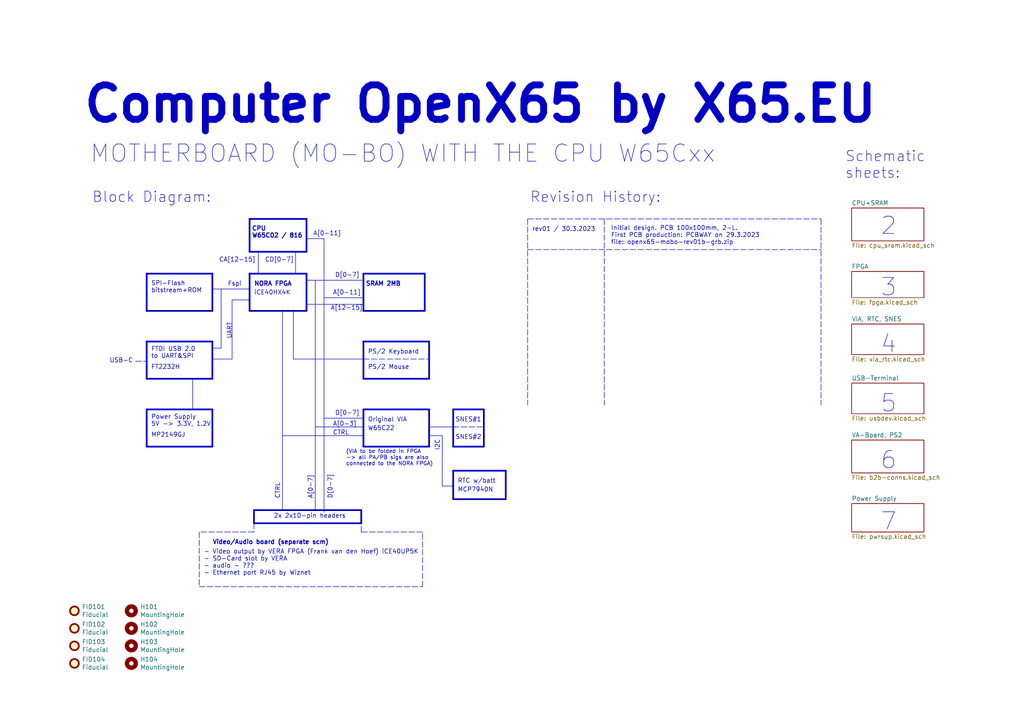
<source format=kicad_sch>
(kicad_sch (version 20211123) (generator eeschema)

  (uuid 85750bea-43a1-4629-9575-611e72af7f9f)

  (paper "A4")

  (title_block
    (title "OpenX65")
    (date "2023-03-30")
    (rev "rev01")
    (company "FOR X65.EU DESIGNED BY JSYKORA.INFO")
    (comment 1 "OpenX65 MOTHERBOARD")
  )

  (lib_symbols
    (symbol "Mechanical:Fiducial" (in_bom yes) (on_board yes)
      (property "Reference" "FID" (id 0) (at 0 5.08 0)
        (effects (font (size 1.27 1.27)))
      )
      (property "Value" "Fiducial" (id 1) (at 0 3.175 0)
        (effects (font (size 1.27 1.27)))
      )
      (property "Footprint" "" (id 2) (at 0 0 0)
        (effects (font (size 1.27 1.27)) hide)
      )
      (property "Datasheet" "~" (id 3) (at 0 0 0)
        (effects (font (size 1.27 1.27)) hide)
      )
      (property "ki_keywords" "fiducial marker" (id 4) (at 0 0 0)
        (effects (font (size 1.27 1.27)) hide)
      )
      (property "ki_description" "Fiducial Marker" (id 5) (at 0 0 0)
        (effects (font (size 1.27 1.27)) hide)
      )
      (property "ki_fp_filters" "Fiducial*" (id 6) (at 0 0 0)
        (effects (font (size 1.27 1.27)) hide)
      )
      (symbol "Fiducial_0_1"
        (circle (center 0 0) (radius 1.27)
          (stroke (width 0.508) (type default) (color 0 0 0 0))
          (fill (type background))
        )
      )
    )
    (symbol "Mechanical:MountingHole" (pin_names (offset 1.016)) (in_bom yes) (on_board yes)
      (property "Reference" "H" (id 0) (at 0 5.08 0)
        (effects (font (size 1.27 1.27)))
      )
      (property "Value" "MountingHole" (id 1) (at 0 3.175 0)
        (effects (font (size 1.27 1.27)))
      )
      (property "Footprint" "" (id 2) (at 0 0 0)
        (effects (font (size 1.27 1.27)) hide)
      )
      (property "Datasheet" "~" (id 3) (at 0 0 0)
        (effects (font (size 1.27 1.27)) hide)
      )
      (property "ki_keywords" "mounting hole" (id 4) (at 0 0 0)
        (effects (font (size 1.27 1.27)) hide)
      )
      (property "ki_description" "Mounting Hole without connection" (id 5) (at 0 0 0)
        (effects (font (size 1.27 1.27)) hide)
      )
      (property "ki_fp_filters" "MountingHole*" (id 6) (at 0 0 0)
        (effects (font (size 1.27 1.27)) hide)
      )
      (symbol "MountingHole_0_1"
        (circle (center 0 0) (radius 1.27)
          (stroke (width 1.27) (type default) (color 0 0 0 0))
          (fill (type none))
        )
      )
    )
  )


  (polyline (pts (xy 93.98 86.36) (xy 105.41 86.36))
    (stroke (width 0) (type solid) (color 0 0 0 0))
    (uuid 02f6a98b-15f2-4fab-8279-52312099d1c6)
  )
  (polyline (pts (xy 85.725 73.025) (xy 85.725 79.375))
    (stroke (width 0) (type solid) (color 0 0 0 0))
    (uuid 081cbbb1-1431-4282-b69f-705c2bb7a19a)
  )
  (polyline (pts (xy 122.555 154.305) (xy 104.775 154.305))
    (stroke (width 0) (type default) (color 0 0 0 0))
    (uuid 0a232415-34b9-4d34-9c2a-c00779541966)
  )
  (polyline (pts (xy 61.595 129.54) (xy 42.545 129.54))
    (stroke (width 0.5) (type solid) (color 0 0 0 0))
    (uuid 0abee3aa-c8ca-4b42-98a9-33597b2a8904)
  )
  (polyline (pts (xy 93.98 69.215) (xy 93.98 87.63))
    (stroke (width 0) (type solid) (color 0 0 0 0))
    (uuid 0b92cc78-a267-45c6-a97a-3abd1ddf5216)
  )
  (polyline (pts (xy 67.31 104.14) (xy 67.31 86.995))
    (stroke (width 0) (type solid) (color 0 0 0 0))
    (uuid 0c866a8f-17e4-4f2e-989a-8473cb4bb9d1)
  )
  (polyline (pts (xy 72.39 73.025) (xy 72.39 63.5))
    (stroke (width 0.5) (type solid) (color 0 0 0 0))
    (uuid 0e4e6c96-8746-49d8-939e-0fd1092deb91)
  )
  (polyline (pts (xy 39.37 104.775) (xy 42.545 104.775))
    (stroke (width 0) (type default) (color 0 0 0 0))
    (uuid 17dec80f-73bd-4a7f-8b2f-7e86f08d32d1)
  )
  (polyline (pts (xy 80.645 73.025) (xy 72.39 73.025))
    (stroke (width 0.5) (type solid) (color 0 0 0 0))
    (uuid 1caf8349-82b3-46dc-8f17-e6d55a37e77c)
  )
  (polyline (pts (xy 67.31 86.995) (xy 72.39 86.995))
    (stroke (width 0) (type solid) (color 0 0 0 0))
    (uuid 1db79e7e-1b76-4eb7-b459-6907e62768ae)
  )
  (polyline (pts (xy 122.555 170.18) (xy 122.555 154.305))
    (stroke (width 0) (type default) (color 0 0 0 0))
    (uuid 1e249ebf-4a27-4445-bd2c-4279bd842c79)
  )
  (polyline (pts (xy 72.39 79.375) (xy 88.9 79.375))
    (stroke (width 0.5) (type solid) (color 0 0 0 0))
    (uuid 1fe4ac4e-26c5-4579-a268-2e78ff1765d3)
  )
  (polyline (pts (xy 91.44 123.825) (xy 91.44 147.955))
    (stroke (width 0) (type solid) (color 0 0 0 0))
    (uuid 28d16424-0775-4ecc-8759-27ad1eb2fd5d)
  )
  (polyline (pts (xy 153.035 63.5) (xy 238.125 63.5))
    (stroke (width 0) (type default) (color 0 0 0 0))
    (uuid 298b5af4-8f3a-41d4-a285-02afd812afbb)
  )
  (polyline (pts (xy 93.98 121.285) (xy 105.41 121.285))
    (stroke (width 0) (type solid) (color 0 0 0 0))
    (uuid 2b524e7a-dcab-4a38-b231-bd81f95be690)
  )
  (polyline (pts (xy 93.98 121.285) (xy 93.98 148.59))
    (stroke (width 0) (type solid) (color 0 0 0 0))
    (uuid 2be90241-e920-4a6a-8cb8-a2dd78d60517)
  )
  (polyline (pts (xy 131.445 118.745) (xy 137.795 118.745))
    (stroke (width 0.5) (type solid) (color 0 0 0 0))
    (uuid 2f8c9fd3-9e96-4262-b6bb-fc60455dc3b9)
  )
  (polyline (pts (xy 42.545 79.375) (xy 61.595 79.375))
    (stroke (width 0.5) (type solid) (color 0 0 0 0))
    (uuid 2f9f379a-56fa-4e4f-afb7-8ad30a3e6a98)
  )
  (polyline (pts (xy 105.41 118.745) (xy 124.46 118.745))
    (stroke (width 0.5) (type solid) (color 0 0 0 0))
    (uuid 33eca03a-5ec9-4117-a0e6-8ffc4263b465)
  )
  (polyline (pts (xy 73.66 147.955) (xy 73.66 151.765))
    (stroke (width 0.5) (type solid) (color 0 0 0 0))
    (uuid 396dc93c-08e3-4ebb-8bc7-32441033f5d6)
  )
  (polyline (pts (xy 73.66 154.305) (xy 57.785 154.305))
    (stroke (width 0) (type default) (color 0 0 0 0))
    (uuid 3c065ad3-e2f4-44d7-8129-0c3ee0aabb87)
  )
  (polyline (pts (xy 61.595 118.745) (xy 61.595 129.54))
    (stroke (width 0.5) (type solid) (color 0 0 0 0))
    (uuid 3c4134f2-6889-4cdd-ba4b-a6397e408c4a)
  )
  (polyline (pts (xy 42.545 99.06) (xy 42.545 109.855))
    (stroke (width 0.5) (type solid) (color 0 0 0 0))
    (uuid 3d204151-a189-4419-9252-481a46d1747d)
  )
  (polyline (pts (xy 61.595 109.855) (xy 42.545 109.855))
    (stroke (width 0.5) (type solid) (color 0 0 0 0))
    (uuid 3d685409-f5f8-4587-a851-15d4492339cf)
  )
  (polyline (pts (xy 105.41 99.06) (xy 124.46 99.06))
    (stroke (width 0.5) (type solid) (color 0 0 0 0))
    (uuid 449a75f1-281b-4be4-9ef6-5c9c4633eaad)
  )
  (polyline (pts (xy 105.41 104.14) (xy 124.46 104.14))
    (stroke (width 0) (type default) (color 0 0 0 0))
    (uuid 462618f6-084e-417d-8869-87319b17c34b)
  )
  (polyline (pts (xy 91.44 81.28) (xy 91.44 123.825))
    (stroke (width 0) (type solid) (color 0 0 0 0))
    (uuid 47d44b02-cc03-4d2b-8aca-bd9bc4df375c)
  )
  (polyline (pts (xy 81.915 126.365) (xy 81.915 90.17))
    (stroke (width 0) (type solid) (color 0 0 0 0))
    (uuid 4d3b0cea-ff79-4aea-9a2d-839ab7735b88)
  )
  (polyline (pts (xy 104.775 147.955) (xy 104.775 151.765))
    (stroke (width 0.5) (type solid) (color 0 0 0 0))
    (uuid 52846a76-6144-4001-8838-edb266552214)
  )
  (polyline (pts (xy 131.445 123.825) (xy 140.335 123.825))
    (stroke (width 0) (type default) (color 0 0 0 0))
    (uuid 536f8dfe-1152-47e0-80c1-7037e7bea9c1)
  )
  (polyline (pts (xy 74.93 73.025) (xy 74.93 79.375))
    (stroke (width 0) (type solid) (color 0 0 0 0))
    (uuid 57c56584-9d2e-4c0a-a95a-7c1dc4f7317e)
  )
  (polyline (pts (xy 105.41 79.375) (xy 123.19 79.375))
    (stroke (width 0.5) (type solid) (color 0 0 0 0))
    (uuid 5a3ee9aa-cd5d-47ae-9baa-cffe9b1396ca)
  )
  (polyline (pts (xy 88.9 69.215) (xy 93.98 69.215))
    (stroke (width 0) (type solid) (color 0 0 0 0))
    (uuid 5ba2428a-5172-4a18-b7e9-6a5d2ce36b80)
  )
  (polyline (pts (xy 105.41 104.14) (xy 85.09 104.14))
    (stroke (width 0) (type solid) (color 0 0 0 0))
    (uuid 5c48fd12-f55e-4880-bf6c-1338e0f93a45)
  )
  (polyline (pts (xy 81.915 126.365) (xy 81.915 147.955))
    (stroke (width 0) (type solid) (color 0 0 0 0))
    (uuid 61037fce-0b83-4830-9c44-e24e7b3b79cb)
  )
  (polyline (pts (xy 124.46 129.54) (xy 105.41 129.54))
    (stroke (width 0.5) (type solid) (color 0 0 0 0))
    (uuid 645d8d20-a30b-4fcd-88d1-1deecb60f937)
  )
  (polyline (pts (xy 137.795 129.54) (xy 140.335 129.54))
    (stroke (width 0.5) (type solid) (color 0 0 0 0))
    (uuid 67a7ae07-4677-4733-a612-83efc92bc07e)
  )
  (polyline (pts (xy 146.685 144.78) (xy 146.685 136.525))
    (stroke (width 0.5) (type solid) (color 0 0 0 0))
    (uuid 692e17f5-8caf-4f93-84b1-073b239d30ef)
  )
  (polyline (pts (xy 124.46 99.06) (xy 124.46 109.855))
    (stroke (width 0.5) (type solid) (color 0 0 0 0))
    (uuid 6a2ef000-6c39-4829-a0fa-d48425a46354)
  )
  (polyline (pts (xy 61.595 100.965) (xy 64.135 100.965))
    (stroke (width 0) (type solid) (color 0 0 0 0))
    (uuid 6b7e895f-fcb7-4231-9ebb-94713efb623d)
  )
  (polyline (pts (xy 57.785 170.18) (xy 122.555 170.18))
    (stroke (width 0) (type default) (color 0 0 0 0))
    (uuid 6c531c9e-4511-4237-ba76-06a47e3c882c)
  )
  (polyline (pts (xy 61.595 99.06) (xy 61.595 109.855))
    (stroke (width 0.5) (type solid) (color 0 0 0 0))
    (uuid 6ccc25eb-6b46-4a16-b208-d3d38ed008ad)
  )
  (polyline (pts (xy 61.595 104.14) (xy 67.31 104.14))
    (stroke (width 0) (type solid) (color 0 0 0 0))
    (uuid 6dcd3e5f-ed3e-4ea5-9f5d-3ed25920f06c)
  )
  (polyline (pts (xy 131.445 136.525) (xy 146.685 136.525))
    (stroke (width 0.5) (type solid) (color 0 0 0 0))
    (uuid 6eb0356c-95f2-45e0-97af-c2f1eb4d33e1)
  )
  (polyline (pts (xy 137.795 129.54) (xy 131.445 129.54))
    (stroke (width 0.5) (type solid) (color 0 0 0 0))
    (uuid 72a94094-c982-466e-a056-f17fffb50e3f)
  )
  (polyline (pts (xy 131.445 118.745) (xy 131.445 129.54))
    (stroke (width 0.5) (type solid) (color 0 0 0 0))
    (uuid 72bc25e7-47dc-445a-af1f-0230f1aa9471)
  )
  (polyline (pts (xy 104.775 151.765) (xy 73.66 151.765))
    (stroke (width 0.5) (type solid) (color 0 0 0 0))
    (uuid 77380ead-d510-49bf-82bd-97461a9bc67b)
  )
  (polyline (pts (xy 88.9 88.265) (xy 105.41 88.265))
    (stroke (width 0) (type solid) (color 0 0 0 0))
    (uuid 79f710c6-236e-4748-ae86-9a8d4c171c9e)
  )
  (polyline (pts (xy 64.135 100.965) (xy 64.135 83.82))
    (stroke (width 0) (type solid) (color 0 0 0 0))
    (uuid 7aa3719f-9ea8-4b64-baf5-75bb9efef6f3)
  )
  (polyline (pts (xy 72.39 63.5) (xy 88.9 63.5))
    (stroke (width 0.5) (type solid) (color 0 0 0 0))
    (uuid 7b0d36f2-0d53-479c-9e78-302f40dbeee3)
  )
  (polyline (pts (xy 85.09 104.14) (xy 85.09 90.17))
    (stroke (width 0) (type solid) (color 0 0 0 0))
    (uuid 7b670596-137d-4706-a30e-925240304b27)
  )
  (polyline (pts (xy 61.595 79.375) (xy 61.595 90.17))
    (stroke (width 0.5) (type solid) (color 0 0 0 0))
    (uuid 7be328ec-a78e-4c9f-a5fa-2751e51878e5)
  )
  (polyline (pts (xy 124.46 118.745) (xy 124.46 129.54))
    (stroke (width 0.5) (type solid) (color 0 0 0 0))
    (uuid 7d4c0f9d-4993-46cc-9ffd-822b7b613f3b)
  )
  (polyline (pts (xy 57.785 154.305) (xy 57.785 170.18))
    (stroke (width 0) (type default) (color 0 0 0 0))
    (uuid 7e93af5c-ee21-4737-80f6-0ae45a1c3f01)
  )
  (polyline (pts (xy 91.44 123.825) (xy 105.41 123.825))
    (stroke (width 0) (type solid) (color 0 0 0 0))
    (uuid 840d2eda-b488-4aab-ba50-7c12d8010393)
  )
  (polyline (pts (xy 131.445 136.525) (xy 131.445 144.78))
    (stroke (width 0.5) (type solid) (color 0 0 0 0))
    (uuid 89bd93cd-57e9-4eda-af27-2f477ed4196d)
  )
  (polyline (pts (xy 42.545 99.06) (xy 61.595 99.06))
    (stroke (width 0.5) (type solid) (color 0 0 0 0))
    (uuid 8ab3b8e0-73d4-4837-a004-a272cd3c67f7)
  )
  (polyline (pts (xy 104.775 154.305) (xy 104.775 151.765))
    (stroke (width 0) (type default) (color 0 0 0 0))
    (uuid 8d1708d7-6466-43a2-baa7-95c72502a315)
  )
  (polyline (pts (xy 137.795 118.745) (xy 140.335 118.745))
    (stroke (width 0.5) (type solid) (color 0 0 0 0))
    (uuid 8d7f55a9-4e4d-4d38-bbc6-501d417eec44)
  )
  (polyline (pts (xy 88.9 90.17) (xy 72.39 90.17))
    (stroke (width 0.5) (type solid) (color 0 0 0 0))
    (uuid 8f0aafcb-40d0-4840-8965-e91cb1365bbe)
  )
  (polyline (pts (xy 61.595 90.17) (xy 42.545 90.17))
    (stroke (width 0.5) (type solid) (color 0 0 0 0))
    (uuid 9622cb8e-38a8-4e61-93b7-ca7f73ef93eb)
  )
  (polyline (pts (xy 124.46 123.825) (xy 131.445 123.825))
    (stroke (width 0) (type solid) (color 0 0 0 0))
    (uuid 96a9aae8-436e-4383-9230-6fb3184d1a4e)
  )
  (polyline (pts (xy 128.27 126.365) (xy 124.46 126.365))
    (stroke (width 0) (type solid) (color 0 0 0 0))
    (uuid 96d7cb5e-b939-4eab-80e4-74395fbc0cf0)
  )
  (polyline (pts (xy 105.41 79.375) (xy 105.41 90.17))
    (stroke (width 0.5) (type solid) (color 0 0 0 0))
    (uuid 985c3993-d04e-46f1-9139-4953831f3718)
  )
  (polyline (pts (xy 105.41 126.365) (xy 81.915 126.365))
    (stroke (width 0) (type solid) (color 0 0 0 0))
    (uuid 9e7cfaf6-f708-4dd8-a536-428b24a3d5cd)
  )
  (polyline (pts (xy 73.66 151.765) (xy 73.66 154.305))
    (stroke (width 0) (type default) (color 0 0 0 0))
    (uuid a53808a8-2ff3-4972-9a14-490cfab2c162)
  )
  (polyline (pts (xy 61.595 83.82) (xy 72.39 83.82))
    (stroke (width 0) (type solid) (color 0 0 0 0))
    (uuid a9fa278b-173a-4852-8cc4-91b5c0f9854a)
  )
  (polyline (pts (xy 93.98 87.63) (xy 93.98 121.285))
    (stroke (width 0) (type solid) (color 0 0 0 0))
    (uuid aa64279e-a374-4616-9196-78fa80154a70)
  )
  (polyline (pts (xy 55.88 109.855) (xy 55.88 118.745))
    (stroke (width 0) (type solid) (color 0 0 0 0))
    (uuid b1f86aab-b976-4dab-b689-8d701c8a83f9)
  )
  (polyline (pts (xy 42.545 79.375) (xy 42.545 90.17))
    (stroke (width 0.5) (type solid) (color 0 0 0 0))
    (uuid b6fbbeb3-9ea2-430e-81a3-594e07930d0e)
  )
  (polyline (pts (xy 73.66 147.955) (xy 104.775 147.955))
    (stroke (width 0.5) (type solid) (color 0 0 0 0))
    (uuid b855e200-6189-40a6-84a2-0563009a5f4f)
  )
  (polyline (pts (xy 105.41 99.06) (xy 105.41 109.855))
    (stroke (width 0.5) (type solid) (color 0 0 0 0))
    (uuid bd798640-84bb-4fec-922e-7158464173de)
  )
  (polyline (pts (xy 88.9 81.28) (xy 105.41 81.28))
    (stroke (width 0) (type solid) (color 0 0 0 0))
    (uuid bff4bc03-fd3a-4630-8e70-eaf6026b9e21)
  )
  (polyline (pts (xy 131.445 144.78) (xy 146.685 144.78))
    (stroke (width 0.5) (type solid) (color 0 0 0 0))
    (uuid c87798a5-74dd-44df-8366-d84d0093e559)
  )
  (polyline (pts (xy 88.9 63.5) (xy 88.9 73.025))
    (stroke (width 0.5) (type solid) (color 0 0 0 0))
    (uuid cc827e79-f801-4a37-b5ed-afbc048c51af)
  )
  (polyline (pts (xy 238.125 63.5) (xy 238.125 117.475))
    (stroke (width 0) (type default) (color 0 0 0 0))
    (uuid cda8ea12-d1bb-491c-9193-68bf6049f55f)
  )
  (polyline (pts (xy 123.19 79.375) (xy 123.19 90.17))
    (stroke (width 0.5) (type solid) (color 0 0 0 0))
    (uuid cebf1084-69cb-4cbf-8c35-04deacdb361f)
  )
  (polyline (pts (xy 80.645 73.025) (xy 88.9 73.025))
    (stroke (width 0.5) (type solid) (color 0 0 0 0))
    (uuid d1435725-349e-42cb-8993-fb554effc284)
  )
  (polyline (pts (xy 124.46 109.855) (xy 105.41 109.855))
    (stroke (width 0.5) (type solid) (color 0 0 0 0))
    (uuid d40b555d-b8a2-4b4b-99e7-2d927313c08d)
  )
  (polyline (pts (xy 105.41 118.745) (xy 105.41 129.54))
    (stroke (width 0.5) (type solid) (color 0 0 0 0))
    (uuid d9d8c97a-534a-4afd-b136-2f3d9eb9a600)
  )
  (polyline (pts (xy 123.19 90.17) (xy 105.41 90.17))
    (stroke (width 0.5) (type solid) (color 0 0 0 0))
    (uuid e2287dd2-8fe6-47bd-81a5-ee491e48b56d)
  )
  (polyline (pts (xy 153.035 72.39) (xy 238.125 72.39))
    (stroke (width 0) (type default) (color 0 0 0 0))
    (uuid e41cb56e-4f72-4d63-9b45-2554022f6e12)
  )
  (polyline (pts (xy 128.27 140.97) (xy 128.27 126.365))
    (stroke (width 0) (type solid) (color 0 0 0 0))
    (uuid e69d19a3-9b47-480f-9cd5-9e74d9d505b8)
  )
  (polyline (pts (xy 42.545 118.745) (xy 42.545 129.54))
    (stroke (width 0.5) (type solid) (color 0 0 0 0))
    (uuid e8ae6b10-a5e8-4b34-96e6-64ccf4dafe35)
  )
  (polyline (pts (xy 175.26 63.5) (xy 175.26 117.475))
    (stroke (width 0) (type default) (color 0 0 0 0))
    (uuid e9704e35-2da7-440b-870a-e3ada7ee69f4)
  )
  (polyline (pts (xy 72.39 79.375) (xy 72.39 90.17))
    (stroke (width 0.5) (type solid) (color 0 0 0 0))
    (uuid eadbe5a0-647a-42c0-a2d4-0ac06d1e62cc)
  )
  (polyline (pts (xy 131.445 140.97) (xy 128.27 140.97))
    (stroke (width 0) (type solid) (color 0 0 0 0))
    (uuid ecf80c17-8068-4ac8-a659-ed874d996b43)
  )
  (polyline (pts (xy 140.335 118.745) (xy 140.335 129.54))
    (stroke (width 0.5) (type solid) (color 0 0 0 0))
    (uuid ef9a8d1e-5e78-4fdc-9457-33cacd026cf2)
  )
  (polyline (pts (xy 42.545 118.745) (xy 61.595 118.745))
    (stroke (width 0.5) (type solid) (color 0 0 0 0))
    (uuid f75ae816-c5cb-40d5-ae2b-ecefc0f98ca6)
  )
  (polyline (pts (xy 88.9 79.375) (xy 88.9 90.17))
    (stroke (width 0.5) (type solid) (color 0 0 0 0))
    (uuid f7af757f-c507-4cdd-834d-4228f96ab6e9)
  )
  (polyline (pts (xy 153.035 63.5) (xy 153.035 117.475))
    (stroke (width 0) (type default) (color 0 0 0 0))
    (uuid fc1b53b4-709d-4b8d-8f4a-2ec4673e340a)
  )

  (text "Block Diagram:" (at 26.67 59.055 0)
    (effects (font (size 3 3)) (justify left bottom))
    (uuid 04ea2ac2-a42f-457c-9517-668a400149c7)
  )
  (text "CTRL" (at 96.52 126.365 0)
    (effects (font (size 1.27 1.27)) (justify left bottom))
    (uuid 13390dce-df5b-4b7b-9447-d2fa2778bc32)
  )
  (text "Initial design. PCB 100x100mm, 2-L.\nFirst PCB production: PCBWAY on 29.3.2023\nfile: openx65-mobo-rev01b-grb.zip"
    (at 177.165 71.12 0)
    (effects (font (size 1.27 1.27)) (justify left bottom))
    (uuid 16d4ded9-c410-440a-9d2d-a40576220d1e)
  )
  (text "Schematic\nsheets:" (at 245.11 52.07 0)
    (effects (font (size 3 3)) (justify left bottom))
    (uuid 18350262-50ef-4dff-9747-50b53d5c43d8)
  )
  (text "MCP7940N" (at 132.715 142.875 0)
    (effects (font (size 1.27 1.27)) (justify left bottom))
    (uuid 18ea7103-33c0-4b40-b83c-0990c68e670c)
  )
  (text "CA[12-15]" (at 63.5 76.2 0)
    (effects (font (size 1.27 1.27)) (justify left bottom))
    (uuid 1a0cd432-0e2c-4fc4-8fca-9fb432616210)
  )
  (text "(VIA to be folded in FPGA\n-> all PA/PB sigs are also \nconnected to the NORA FPGA)"
    (at 100.33 135.255 0)
    (effects (font (size 1.1 1.1)) (justify left bottom))
    (uuid 1e5de613-428b-40c8-9be2-cbdf0222d532)
  )
  (text "CPU\nW65C02 / 816" (at 73.025 69.215 0)
    (effects (font (size 1.27 1.27) (thickness 0.254) bold) (justify left bottom))
    (uuid 1f1a60b0-10a0-42be-a77b-08c4682b4a48)
  )
  (text "A[12-15]" (at 95.885 90.17 0)
    (effects (font (size 1.27 1.27)) (justify left bottom))
    (uuid 230c3dcf-03a7-4d0a-bdb8-9f4abbe6aa5b)
  )
  (text "- Video output by VERA FPGA (Frank van den Hoef) iCE40UP5K\n- SD-Card slot by VERA\n- audio - ???\n- Ethernet port RJ45 by Wiznet"
    (at 59.055 167.005 0)
    (effects (font (size 1.27 1.27)) (justify left bottom))
    (uuid 24970ab0-a8c6-469e-bada-48aa01d705ac)
  )
  (text "MOTHERBOARD (MO-BO) WITH THE CPU W65Cxx" (at 26.035 47.625 0)
    (effects (font (size 5 5)) (justify left bottom))
    (uuid 257a7855-f034-4668-9a5d-4e088fe632f2)
  )
  (text "A[0-3]" (at 96.52 123.825 0)
    (effects (font (size 1.27 1.27)) (justify left bottom))
    (uuid 27868d5d-0eb1-400a-a02e-49fc79db9d72)
  )
  (text "Original VIA" (at 106.68 122.555 0)
    (effects (font (size 1.27 1.27)) (justify left bottom))
    (uuid 2d133b24-1ca5-4940-b38a-1ca0339a41e9)
  )
  (text "A[0-11]" (at 90.805 68.58 0)
    (effects (font (size 1.27 1.27)) (justify left bottom))
    (uuid 346a51d5-9b17-481b-9d27-95757dd03ac7)
  )
  (text "CD[0-7]" (at 76.835 76.2 0)
    (effects (font (size 1.27 1.27)) (justify left bottom))
    (uuid 3bd3eccd-29c2-4022-bc39-176ff532e960)
  )
  (text "SNES#2" (at 132.08 127.635 0)
    (effects (font (size 1.27 1.27)) (justify left bottom))
    (uuid 4643a4c3-ead3-401b-80cf-9164045a99b4)
  )
  (text "FT2232H" (at 43.815 107.315 0)
    (effects (font (size 1.27 1.27)) (justify left bottom))
    (uuid 499dd860-3bd6-4709-911c-631d0c90e548)
  )
  (text "NORA FPGA" (at 73.66 83.185 0)
    (effects (font (size 1.27 1.27) (thickness 0.254) bold) (justify left bottom))
    (uuid 4d59ab43-2aaa-43b7-8865-9f0992951f04)
  )
  (text "Fspi" (at 66.04 83.185 0)
    (effects (font (size 1.27 1.27)) (justify left bottom))
    (uuid 4e0932db-312f-42f1-8356-e0393c7610db)
  )
  (text "Computer OpenX65 by X65.EU" (at 23.495 36.195 0)
    (effects (font (size 10 10) (thickness 2) bold) (justify left bottom))
    (uuid 547e2da8-7a10-4fc7-9312-9e728f933f3e)
  )
  (text "Video/Audio board (separate scm)" (at 61.595 158.115 0)
    (effects (font (size 1.27 1.27) (thickness 0.254) bold) (justify left bottom))
    (uuid 6f36d119-cd65-4de6-92a4-7a55be5aff45)
  )
  (text "Revision History:" (at 153.67 59.055 0)
    (effects (font (size 3 3)) (justify left bottom))
    (uuid 76f5cdaf-8b69-4f6f-a2c5-a9463194282b)
  )
  (text "PS/2 Keyboard" (at 106.68 102.87 0)
    (effects (font (size 1.27 1.27)) (justify left bottom))
    (uuid 8757e16f-e3d1-4f11-88a5-e4700f9a7901)
  )
  (text "W65C22" (at 106.68 125.095 0)
    (effects (font (size 1.27 1.27)) (justify left bottom))
    (uuid 8fd3f61c-b384-4f3a-a667-710a7dafea54)
  )
  (text "rev01 / 30.3.2023" (at 154.305 67.31 0)
    (effects (font (size 1.27 1.27)) (justify left bottom))
    (uuid 96baeba5-6194-49cb-aca2-21f3b082140f)
  )
  (text "2" (at 255.27 68.58 0)
    (effects (font (size 5 5)) (justify left bottom))
    (uuid 98b5b49a-5752-4aec-af14-dd9fb6b7595d)
  )
  (text "4" (at 255.27 102.87 0)
    (effects (font (size 5 5)) (justify left bottom))
    (uuid 9e33747c-7862-4cb4-a749-3d2dd1f74080)
  )
  (text "I2C" (at 127.635 130.81 90)
    (effects (font (size 1.27 1.27)) (justify left bottom))
    (uuid a6d23712-ca70-440b-9229-0179f9a67a57)
  )
  (text "UART" (at 67.31 98.425 90)
    (effects (font (size 1.27 1.27)) (justify left bottom))
    (uuid b49cbf7a-71e9-441c-94e5-f4c375cc1112)
  )
  (text "D[0-7]" (at 97.155 120.65 0)
    (effects (font (size 1.27 1.27)) (justify left bottom))
    (uuid b6ccb4b6-5bff-4992-b814-7d0f04a475eb)
  )
  (text "iCE40HX4K" (at 73.66 85.725 0)
    (effects (font (size 1.27 1.27)) (justify left bottom))
    (uuid bc470d74-08a6-4f02-8a15-f857ef089faf)
  )
  (text "2x 2x10-pin headers" (at 79.375 150.495 0)
    (effects (font (size 1.27 1.27)) (justify left bottom))
    (uuid bcbafd85-73c8-48b0-bec7-9ec1315a43b1)
  )
  (text "Power Supply\n5V -> 3.3V, 1.2V" (at 43.815 123.825 0)
    (effects (font (size 1.27 1.27)) (justify left bottom))
    (uuid c148b0d7-0cc7-4c39-939b-cbfb0a191847)
  )
  (text "SPI-Flash\nbitstream+ROM" (at 43.815 85.09 0)
    (effects (font (size 1.27 1.27)) (justify left bottom))
    (uuid c303430d-1559-4286-b392-4fac4f9b3b09)
  )
  (text "6" (at 255.27 136.525 0)
    (effects (font (size 5 5)) (justify left bottom))
    (uuid c6ab3566-2133-4c90-97d9-2b8079d503fc)
  )
  (text "MP2149GJ" (at 43.815 127 0)
    (effects (font (size 1.27 1.27)) (justify left bottom))
    (uuid cd2c3700-c2d6-4f44-be5b-282500f00415)
  )
  (text "RTC w/batt\n" (at 132.715 140.335 0)
    (effects (font (size 1.27 1.27)) (justify left bottom))
    (uuid cd51cd01-fcdf-4072-a769-f1e6ec2f06df)
  )
  (text "7" (at 255.27 154.305 0)
    (effects (font (size 5 5)) (justify left bottom))
    (uuid ce3e4d40-62cb-44ab-be6c-53cf773e61fd)
  )
  (text "CTRL" (at 81.28 144.78 90)
    (effects (font (size 1.27 1.27)) (justify left bottom))
    (uuid cf14157e-4775-46c1-ac5f-da8c79bb4c37)
  )
  (text "USB-C" (at 31.75 105.41 0)
    (effects (font (size 1.27 1.27)) (justify left bottom))
    (uuid d063eadc-fee8-417d-a55a-07b252d6c349)
  )
  (text "5" (at 255.27 120.015 0)
    (effects (font (size 5 5)) (justify left bottom))
    (uuid d2981a74-ad8b-4c55-a4ed-2c747dbd82be)
  )
  (text "FTDI USB 2.0\nto UART&SPI" (at 43.815 104.14 0)
    (effects (font (size 1.27 1.27)) (justify left bottom))
    (uuid d67ec9cc-f9dc-4e40-9840-2c3cb9e2c8a4)
  )
  (text "PS/2 Mouse" (at 106.68 107.315 0)
    (effects (font (size 1.27 1.27)) (justify left bottom))
    (uuid d7925507-69fd-4065-aa50-fdf30fb82d6d)
  )
  (text "A[0-11]" (at 96.52 85.725 0)
    (effects (font (size 1.27 1.27)) (justify left bottom))
    (uuid dbbcf2ef-fd31-4c8f-b1e6-8a02a08141d4)
  )
  (text "3" (at 255.27 86.36 0)
    (effects (font (size 5 5)) (justify left bottom))
    (uuid dd889cbd-7231-4703-b1da-3615861a6a2c)
  )
  (text "SNES#1" (at 132.08 122.555 0)
    (effects (font (size 1.27 1.27)) (justify left bottom))
    (uuid e413a50a-94e7-4bbd-b915-ae6dbe93c750)
  )
  (text "A[0-7]" (at 90.805 144.78 90)
    (effects (font (size 1.27 1.27)) (justify left bottom))
    (uuid e6f278c9-4f17-40f7-9bcc-ecd2ca349eb2)
  )
  (text "D[0-7]" (at 97.155 80.645 0)
    (effects (font (size 1.27 1.27)) (justify left bottom))
    (uuid f6e1d649-e838-4dd4-a1ff-dbb58cec797e)
  )
  (text "SRAM 2MB" (at 106.045 83.185 0)
    (effects (font (size 1.27 1.27) (thickness 0.254) bold) (justify left bottom))
    (uuid f87e1dbd-ab39-442f-a1ee-3a1937a07e87)
  )
  (text "D[0-7]" (at 96.52 144.78 90)
    (effects (font (size 1.27 1.27)) (justify left bottom))
    (uuid f9cacaed-a750-422c-b036-22ba630f9a99)
  )

  (symbol (lib_id "Mechanical:Fiducial") (at 21.59 187.325 0) (unit 1)
    (in_bom no) (on_board yes)
    (uuid 14fd50c6-d85b-48cf-a489-29a5e3d4ee04)
    (property "Reference" "FID103" (id 0) (at 23.749 186.1566 0)
      (effects (font (size 1.27 1.27)) (justify left))
    )
    (property "Value" "Fiducial" (id 1) (at 23.749 188.468 0)
      (effects (font (size 1.27 1.27)) (justify left))
    )
    (property "Footprint" "Fiducial:Fiducial_1mm_Mask2mm" (id 2) (at 21.59 187.325 0)
      (effects (font (size 1.27 1.27)) hide)
    )
    (property "Datasheet" "~" (id 3) (at 21.59 187.325 0)
      (effects (font (size 1.27 1.27)) hide)
    )
  )

  (symbol (lib_id "Mechanical:MountingHole") (at 38.1 192.405 0) (unit 1)
    (in_bom no) (on_board yes)
    (uuid 2b837dd0-bc83-4eec-b14f-860b190bdbf4)
    (property "Reference" "H104" (id 0) (at 40.64 191.2366 0)
      (effects (font (size 1.27 1.27)) (justify left))
    )
    (property "Value" "MountingHole" (id 1) (at 40.64 193.548 0)
      (effects (font (size 1.27 1.27)) (justify left))
    )
    (property "Footprint" "MountingHole:MountingHole_3.2mm_M3" (id 2) (at 38.1 192.405 0)
      (effects (font (size 1.27 1.27)) hide)
    )
    (property "Datasheet" "~" (id 3) (at 38.1 192.405 0)
      (effects (font (size 1.27 1.27)) hide)
    )
  )

  (symbol (lib_id "Mechanical:MountingHole") (at 38.1 187.325 0) (unit 1)
    (in_bom no) (on_board yes)
    (uuid 39946116-0309-4eee-b406-2393ecd56558)
    (property "Reference" "H103" (id 0) (at 40.64 186.1566 0)
      (effects (font (size 1.27 1.27)) (justify left))
    )
    (property "Value" "MountingHole" (id 1) (at 40.64 188.468 0)
      (effects (font (size 1.27 1.27)) (justify left))
    )
    (property "Footprint" "MountingHole:MountingHole_3.2mm_M3" (id 2) (at 38.1 187.325 0)
      (effects (font (size 1.27 1.27)) hide)
    )
    (property "Datasheet" "~" (id 3) (at 38.1 187.325 0)
      (effects (font (size 1.27 1.27)) hide)
    )
  )

  (symbol (lib_id "Mechanical:Fiducial") (at 21.59 182.245 0) (unit 1)
    (in_bom no) (on_board yes)
    (uuid 7d227ad5-c409-4d8c-bb09-5758ba4408a1)
    (property "Reference" "FID102" (id 0) (at 23.749 181.0766 0)
      (effects (font (size 1.27 1.27)) (justify left))
    )
    (property "Value" "Fiducial" (id 1) (at 23.749 183.388 0)
      (effects (font (size 1.27 1.27)) (justify left))
    )
    (property "Footprint" "Fiducial:Fiducial_1mm_Mask2mm" (id 2) (at 21.59 182.245 0)
      (effects (font (size 1.27 1.27)) hide)
    )
    (property "Datasheet" "~" (id 3) (at 21.59 182.245 0)
      (effects (font (size 1.27 1.27)) hide)
    )
  )

  (symbol (lib_id "Mechanical:MountingHole") (at 38.1 177.165 0) (unit 1)
    (in_bom no) (on_board yes)
    (uuid 8321cbfa-970e-42db-80cc-6df3acb0cbde)
    (property "Reference" "H101" (id 0) (at 40.64 175.9966 0)
      (effects (font (size 1.27 1.27)) (justify left))
    )
    (property "Value" "MountingHole" (id 1) (at 40.64 178.308 0)
      (effects (font (size 1.27 1.27)) (justify left))
    )
    (property "Footprint" "MountingHole:MountingHole_3.2mm_M3" (id 2) (at 38.1 177.165 0)
      (effects (font (size 1.27 1.27)) hide)
    )
    (property "Datasheet" "~" (id 3) (at 38.1 177.165 0)
      (effects (font (size 1.27 1.27)) hide)
    )
  )

  (symbol (lib_id "Mechanical:Fiducial") (at 21.59 177.165 0) (unit 1)
    (in_bom no) (on_board yes)
    (uuid 83e83547-b019-4848-b9e7-c7764106604f)
    (property "Reference" "FID101" (id 0) (at 23.749 175.9966 0)
      (effects (font (size 1.27 1.27)) (justify left))
    )
    (property "Value" "Fiducial" (id 1) (at 23.749 178.308 0)
      (effects (font (size 1.27 1.27)) (justify left))
    )
    (property "Footprint" "Fiducial:Fiducial_1mm_Mask2mm" (id 2) (at 21.59 177.165 0)
      (effects (font (size 1.27 1.27)) hide)
    )
    (property "Datasheet" "~" (id 3) (at 21.59 177.165 0)
      (effects (font (size 1.27 1.27)) hide)
    )
  )

  (symbol (lib_id "Mechanical:Fiducial") (at 21.59 192.405 0) (unit 1)
    (in_bom no) (on_board yes)
    (uuid aa8b0a78-ae4c-419a-a03b-751584f4218e)
    (property "Reference" "FID104" (id 0) (at 23.749 191.2366 0)
      (effects (font (size 1.27 1.27)) (justify left))
    )
    (property "Value" "Fiducial" (id 1) (at 23.749 193.548 0)
      (effects (font (size 1.27 1.27)) (justify left))
    )
    (property "Footprint" "Fiducial:Fiducial_1mm_Mask2mm" (id 2) (at 21.59 192.405 0)
      (effects (font (size 1.27 1.27)) hide)
    )
    (property "Datasheet" "~" (id 3) (at 21.59 192.405 0)
      (effects (font (size 1.27 1.27)) hide)
    )
  )

  (symbol (lib_id "Mechanical:MountingHole") (at 38.1 182.245 0) (unit 1)
    (in_bom no) (on_board yes)
    (uuid d2cb710a-1c34-4b49-95a8-257a6e30c6ce)
    (property "Reference" "H102" (id 0) (at 40.64 181.0766 0)
      (effects (font (size 1.27 1.27)) (justify left))
    )
    (property "Value" "MountingHole" (id 1) (at 40.64 183.388 0)
      (effects (font (size 1.27 1.27)) (justify left))
    )
    (property "Footprint" "MountingHole:MountingHole_3.2mm_M3" (id 2) (at 38.1 182.245 0)
      (effects (font (size 1.27 1.27)) hide)
    )
    (property "Datasheet" "~" (id 3) (at 38.1 182.245 0)
      (effects (font (size 1.27 1.27)) hide)
    )
  )

  (sheet (at 247.015 78.74) (size 20.955 7.62) (fields_autoplaced)
    (stroke (width 0.1524) (type solid) (color 0 0 0 0))
    (fill (color 0 0 0 0.0000))
    (uuid 17c238d7-f888-4cc2-8790-8144029e69c2)
    (property "Sheet name" "FPGA" (id 0) (at 247.015 78.0284 0)
      (effects (font (size 1.27 1.27)) (justify left bottom))
    )
    (property "Sheet file" "fpga.kicad_sch" (id 1) (at 247.015 86.9446 0)
      (effects (font (size 1.27 1.27)) (justify left top))
    )
  )

  (sheet (at 247.015 111.125) (size 20.955 8.89) (fields_autoplaced)
    (stroke (width 0.1524) (type solid) (color 0 0 0 0))
    (fill (color 0 0 0 0.0000))
    (uuid 3a4f5a92-8b22-4d71-ac4e-37e2fe30ebbe)
    (property "Sheet name" "USB-Terminal" (id 0) (at 247.015 110.4134 0)
      (effects (font (size 1.27 1.27)) (justify left bottom))
    )
    (property "Sheet file" "usbdev.kicad_sch" (id 1) (at 247.015 120.5996 0)
      (effects (font (size 1.27 1.27)) (justify left top))
    )
  )

  (sheet (at 247.015 127.635) (size 20.955 9.525) (fields_autoplaced)
    (stroke (width 0.1524) (type solid) (color 0 0 0 0))
    (fill (color 0 0 0 0.0000))
    (uuid 9450b3cd-ef01-4353-a64a-2812b3ee45c9)
    (property "Sheet name" "VA-Board, PS2" (id 0) (at 247.015 126.9234 0)
      (effects (font (size 1.27 1.27)) (justify left bottom))
    )
    (property "Sheet file" "b2b-conns.kicad_sch" (id 1) (at 247.015 137.7446 0)
      (effects (font (size 1.27 1.27)) (justify left top))
    )
  )

  (sheet (at 247.015 60.325) (size 20.955 9.525) (fields_autoplaced)
    (stroke (width 0.1524) (type solid) (color 0 0 0 0))
    (fill (color 0 0 0 0.0000))
    (uuid 9c40083a-a45d-4b41-ab0a-cc2b752c6926)
    (property "Sheet name" "CPU+SRAM" (id 0) (at 247.015 59.6134 0)
      (effects (font (size 1.27 1.27)) (justify left bottom))
    )
    (property "Sheet file" "cpu_sram.kicad_sch" (id 1) (at 247.015 70.4346 0)
      (effects (font (size 1.27 1.27)) (justify left top))
    )
  )

  (sheet (at 247.015 93.98) (size 20.955 8.89) (fields_autoplaced)
    (stroke (width 0.1524) (type solid) (color 0 0 0 0))
    (fill (color 0 0 0 0.0000))
    (uuid a0a926f8-222f-4537-8c1a-4e84db3f94e8)
    (property "Sheet name" "VIA, RTC, SNES" (id 0) (at 247.015 93.2684 0)
      (effects (font (size 1.27 1.27)) (justify left bottom))
    )
    (property "Sheet file" "via_rtc.kicad_sch" (id 1) (at 247.015 103.4546 0)
      (effects (font (size 1.27 1.27)) (justify left top))
    )
  )

  (sheet (at 247.015 146.05) (size 20.955 8.255) (fields_autoplaced)
    (stroke (width 0.1524) (type solid) (color 0 0 0 0))
    (fill (color 0 0 0 0.0000))
    (uuid a59c40b6-4c79-43f8-90db-e6d1d1476407)
    (property "Sheet name" "Power Supply" (id 0) (at 247.015 145.3384 0)
      (effects (font (size 1.27 1.27)) (justify left bottom))
    )
    (property "Sheet file" "pwrsup.kicad_sch" (id 1) (at 247.015 154.8896 0)
      (effects (font (size 1.27 1.27)) (justify left top))
    )
  )

  (sheet_instances
    (path "/" (page "1"))
    (path "/9c40083a-a45d-4b41-ab0a-cc2b752c6926" (page "2"))
    (path "/17c238d7-f888-4cc2-8790-8144029e69c2" (page "3"))
    (path "/a0a926f8-222f-4537-8c1a-4e84db3f94e8" (page "4"))
    (path "/3a4f5a92-8b22-4d71-ac4e-37e2fe30ebbe" (page "5"))
    (path "/9450b3cd-ef01-4353-a64a-2812b3ee45c9" (page "6"))
    (path "/a59c40b6-4c79-43f8-90db-e6d1d1476407" (page "7"))
  )

  (symbol_instances
    (path "/17c238d7-f888-4cc2-8790-8144029e69c2/8402239a-2e2e-45c9-87c1-4ccd98f8267f"
      (reference "#PWR0101") (unit 1) (value "+3V3") (footprint "")
    )
    (path "/17c238d7-f888-4cc2-8790-8144029e69c2/689da366-0257-4beb-a7ca-3622aff2bd1a"
      (reference "#PWR0102") (unit 1) (value "+3V3") (footprint "")
    )
    (path "/17c238d7-f888-4cc2-8790-8144029e69c2/61dbbb37-ee52-4850-9de4-32e4fe520745"
      (reference "#PWR0103") (unit 1) (value "GND") (footprint "")
    )
    (path "/17c238d7-f888-4cc2-8790-8144029e69c2/f683fca8-8e25-4051-a17b-74eaefc07b34"
      (reference "#PWR0104") (unit 1) (value "+3V3") (footprint "")
    )
    (path "/17c238d7-f888-4cc2-8790-8144029e69c2/fa4379fe-aefd-4bcb-90aa-74adda98eeba"
      (reference "#PWR0105") (unit 1) (value "+3V3") (footprint "")
    )
    (path "/17c238d7-f888-4cc2-8790-8144029e69c2/5e805555-38c9-402e-8471-8d517266a32a"
      (reference "#PWR0106") (unit 1) (value "+1V2") (footprint "")
    )
    (path "/17c238d7-f888-4cc2-8790-8144029e69c2/d587dafb-42ad-4c5c-96de-a3948fce3aae"
      (reference "#PWR0107") (unit 1) (value "+1V2") (footprint "")
    )
    (path "/17c238d7-f888-4cc2-8790-8144029e69c2/03723c4c-4f05-44af-862f-12ef2def6d99"
      (reference "#PWR0108") (unit 1) (value "GND") (footprint "")
    )
    (path "/a0a926f8-222f-4537-8c1a-4e84db3f94e8/62fe4626-085e-476c-b6b8-9c9d592c5c1a"
      (reference "#PWR0109") (unit 1) (value "GND") (footprint "")
    )
    (path "/a0a926f8-222f-4537-8c1a-4e84db3f94e8/d2ff7ee5-04ac-4d5d-ae0e-a09ae4ee73fa"
      (reference "#PWR0110") (unit 1) (value "+3V3") (footprint "")
    )
    (path "/a0a926f8-222f-4537-8c1a-4e84db3f94e8/45b7e838-0fe8-4af5-9ede-de8182aba26b"
      (reference "#PWR0111") (unit 1) (value "GND") (footprint "")
    )
    (path "/9450b3cd-ef01-4353-a64a-2812b3ee45c9/4009428f-3e64-4a59-8513-06a825529e46"
      (reference "#PWR0112") (unit 1) (value "GND") (footprint "")
    )
    (path "/9450b3cd-ef01-4353-a64a-2812b3ee45c9/8d4cf300-8a3a-4125-ad3b-d7e22b59abdf"
      (reference "#PWR0113") (unit 1) (value "GND") (footprint "")
    )
    (path "/9450b3cd-ef01-4353-a64a-2812b3ee45c9/bba0660c-2f86-4dc5-b7ce-a54fae798af4"
      (reference "#PWR0114") (unit 1) (value "+5V") (footprint "")
    )
    (path "/9450b3cd-ef01-4353-a64a-2812b3ee45c9/552d3129-1436-4d1b-83b8-f32400e68d86"
      (reference "#PWR0115") (unit 1) (value "GND") (footprint "")
    )
    (path "/9450b3cd-ef01-4353-a64a-2812b3ee45c9/82673965-77ef-45db-ab7f-394d24c9ce36"
      (reference "#PWR0116") (unit 1) (value "GND") (footprint "")
    )
    (path "/9450b3cd-ef01-4353-a64a-2812b3ee45c9/11ae38fc-ac94-41c9-84ce-a1adb0ab20ca"
      (reference "#PWR0117") (unit 1) (value "+1V2") (footprint "")
    )
    (path "/9450b3cd-ef01-4353-a64a-2812b3ee45c9/9ad54da6-48da-4c8f-92f8-7cc0b545c8a7"
      (reference "#PWR0118") (unit 1) (value "GND") (footprint "")
    )
    (path "/3a4f5a92-8b22-4d71-ac4e-37e2fe30ebbe/d66c20a5-b134-4dc3-b7b6-53662e4aaa7b"
      (reference "#PWR0119") (unit 1) (value "+3V3") (footprint "")
    )
    (path "/3a4f5a92-8b22-4d71-ac4e-37e2fe30ebbe/7320fd52-ddd6-4a1b-b086-0175a7d300f6"
      (reference "#PWR0120") (unit 1) (value "+3V3") (footprint "")
    )
    (path "/a0a926f8-222f-4537-8c1a-4e84db3f94e8/10b0b97f-e515-4091-8500-f088e9568d49"
      (reference "#PWR0121") (unit 1) (value "+3V3") (footprint "")
    )
    (path "/a0a926f8-222f-4537-8c1a-4e84db3f94e8/1cdfa5e9-2795-4155-b825-ff01f86ef92e"
      (reference "#PWR0122") (unit 1) (value "+3V3") (footprint "")
    )
    (path "/3a4f5a92-8b22-4d71-ac4e-37e2fe30ebbe/9d12d504-c87b-4a11-8fbf-5d7e15630370"
      (reference "#PWR0123") (unit 1) (value "GND") (footprint "")
    )
    (path "/9c40083a-a45d-4b41-ab0a-cc2b752c6926/68d95201-4427-4499-ae1d-877dca24f062"
      (reference "#PWR0201") (unit 1) (value "+3V3") (footprint "")
    )
    (path "/9c40083a-a45d-4b41-ab0a-cc2b752c6926/3c0d76e3-6e0e-447c-843a-a590a418a0cb"
      (reference "#PWR0202") (unit 1) (value "GND") (footprint "")
    )
    (path "/9c40083a-a45d-4b41-ab0a-cc2b752c6926/0124af27-4364-4834-bffb-7b8eafe75129"
      (reference "#PWR0203") (unit 1) (value "+3V3") (footprint "")
    )
    (path "/9c40083a-a45d-4b41-ab0a-cc2b752c6926/afb0dc71-3586-449e-abde-1964b81e029f"
      (reference "#PWR0204") (unit 1) (value "GND") (footprint "")
    )
    (path "/9c40083a-a45d-4b41-ab0a-cc2b752c6926/c662ba6b-2ccc-4b66-977a-ea1c699c5327"
      (reference "#PWR0205") (unit 1) (value "+3V3") (footprint "")
    )
    (path "/9c40083a-a45d-4b41-ab0a-cc2b752c6926/a86231f3-48a5-4b79-b4b1-9ce3fdc56ad9"
      (reference "#PWR0206") (unit 1) (value "+3V3") (footprint "")
    )
    (path "/9c40083a-a45d-4b41-ab0a-cc2b752c6926/be170fe0-90a4-4a6f-b2d7-22db84bcd03e"
      (reference "#PWR0207") (unit 1) (value "GND") (footprint "")
    )
    (path "/9c40083a-a45d-4b41-ab0a-cc2b752c6926/2c4a5381-11da-4971-b091-76a840865045"
      (reference "#PWR0208") (unit 1) (value "GND") (footprint "")
    )
    (path "/9c40083a-a45d-4b41-ab0a-cc2b752c6926/bde32265-2765-4f87-9d42-07940c48f009"
      (reference "#PWR0209") (unit 1) (value "+3V3") (footprint "")
    )
    (path "/9c40083a-a45d-4b41-ab0a-cc2b752c6926/8e077db8-18e2-4bd6-af9c-468e30bf4839"
      (reference "#PWR0210") (unit 1) (value "GND") (footprint "")
    )
    (path "/17c238d7-f888-4cc2-8790-8144029e69c2/7412fada-8e74-4af9-8f6b-26f5526bc96c"
      (reference "#PWR0301") (unit 1) (value "GND") (footprint "")
    )
    (path "/17c238d7-f888-4cc2-8790-8144029e69c2/e998d699-9c9d-4d48-ad03-4c4abf83ac40"
      (reference "#PWR0302") (unit 1) (value "+3V3") (footprint "")
    )
    (path "/17c238d7-f888-4cc2-8790-8144029e69c2/be8d9346-9af9-4358-add9-fb3d20417221"
      (reference "#PWR0303") (unit 1) (value "GND") (footprint "")
    )
    (path "/17c238d7-f888-4cc2-8790-8144029e69c2/d9ebae89-b1ec-479b-98e4-9c52e25001f9"
      (reference "#PWR0304") (unit 1) (value "GND") (footprint "")
    )
    (path "/17c238d7-f888-4cc2-8790-8144029e69c2/d8e440b8-c3c1-40bc-82d5-8575e33e40e9"
      (reference "#PWR0305") (unit 1) (value "+1V2") (footprint "")
    )
    (path "/17c238d7-f888-4cc2-8790-8144029e69c2/5d27cc7a-c8e6-466f-a403-c03a54c99a1e"
      (reference "#PWR0306") (unit 1) (value "+3V3") (footprint "")
    )
    (path "/17c238d7-f888-4cc2-8790-8144029e69c2/4360aa73-b270-4d12-80de-559615196e91"
      (reference "#PWR0307") (unit 1) (value "GND") (footprint "")
    )
    (path "/17c238d7-f888-4cc2-8790-8144029e69c2/080f0230-c636-4b5c-9efa-6a5c0e9f166d"
      (reference "#PWR0308") (unit 1) (value "+3V3") (footprint "")
    )
    (path "/17c238d7-f888-4cc2-8790-8144029e69c2/db8c5589-4262-4381-a3d8-3063dbf75e4e"
      (reference "#PWR0309") (unit 1) (value "GND") (footprint "")
    )
    (path "/17c238d7-f888-4cc2-8790-8144029e69c2/1548ed54-01f3-4b1d-a7e8-3130f6d7ae4f"
      (reference "#PWR0310") (unit 1) (value "+3V3") (footprint "")
    )
    (path "/17c238d7-f888-4cc2-8790-8144029e69c2/4b0eb24c-25c4-4d1f-8213-954a5b32a9e3"
      (reference "#PWR0311") (unit 1) (value "GND") (footprint "")
    )
    (path "/17c238d7-f888-4cc2-8790-8144029e69c2/694548a8-1474-4d7d-a544-0193cf7e554b"
      (reference "#PWR0312") (unit 1) (value "+3V3") (footprint "")
    )
    (path "/17c238d7-f888-4cc2-8790-8144029e69c2/d65825cc-d568-4b54-866e-62c86b7c7f14"
      (reference "#PWR0313") (unit 1) (value "+3V3") (footprint "")
    )
    (path "/17c238d7-f888-4cc2-8790-8144029e69c2/066fdad2-3d87-400f-b720-499463d69edd"
      (reference "#PWR0314") (unit 1) (value "GND") (footprint "")
    )
    (path "/17c238d7-f888-4cc2-8790-8144029e69c2/7c5ee890-e4af-4374-b34a-615b1a7752a1"
      (reference "#PWR0315") (unit 1) (value "+3V3") (footprint "")
    )
    (path "/17c238d7-f888-4cc2-8790-8144029e69c2/92528f74-8de8-4414-8cba-ced7918a52d1"
      (reference "#PWR0316") (unit 1) (value "GND") (footprint "")
    )
    (path "/17c238d7-f888-4cc2-8790-8144029e69c2/a9bcaac1-de00-49e7-86a6-ccaa24746810"
      (reference "#PWR0317") (unit 1) (value "+3V3") (footprint "")
    )
    (path "/17c238d7-f888-4cc2-8790-8144029e69c2/8e570a60-ec57-470d-91c5-a23bb1733102"
      (reference "#PWR0318") (unit 1) (value "+3V3") (footprint "")
    )
    (path "/17c238d7-f888-4cc2-8790-8144029e69c2/e3376930-e3b2-4f77-8a32-58c5fbba5d60"
      (reference "#PWR0319") (unit 1) (value "GND") (footprint "")
    )
    (path "/17c238d7-f888-4cc2-8790-8144029e69c2/0ecd0863-e424-4a42-902e-e055341ef811"
      (reference "#PWR0320") (unit 1) (value "GND") (footprint "")
    )
    (path "/17c238d7-f888-4cc2-8790-8144029e69c2/b9d254ca-c204-405d-bbc7-0d4538aaf37d"
      (reference "#PWR0321") (unit 1) (value "GND") (footprint "")
    )
    (path "/a0a926f8-222f-4537-8c1a-4e84db3f94e8/aa1416a2-f691-46a7-8b4f-c63945adde2a"
      (reference "#PWR0401") (unit 1) (value "+5V") (footprint "")
    )
    (path "/a0a926f8-222f-4537-8c1a-4e84db3f94e8/9b462d1e-5563-4336-bf31-8a2498a11538"
      (reference "#PWR0402") (unit 1) (value "GND") (footprint "")
    )
    (path "/a0a926f8-222f-4537-8c1a-4e84db3f94e8/30a0fcf5-323e-4e6a-97a0-34aaa28f19fc"
      (reference "#PWR0403") (unit 1) (value "GND") (footprint "")
    )
    (path "/a0a926f8-222f-4537-8c1a-4e84db3f94e8/f73e5b16-a168-4bc7-a4d3-da2300aaa20f"
      (reference "#PWR0404") (unit 1) (value "GND") (footprint "")
    )
    (path "/a0a926f8-222f-4537-8c1a-4e84db3f94e8/e2ea3358-9349-445b-9d89-bcf1ea4c965e"
      (reference "#PWR0405") (unit 1) (value "GND") (footprint "")
    )
    (path "/a0a926f8-222f-4537-8c1a-4e84db3f94e8/4ce267a5-ecf0-4209-97bc-f70219e705d0"
      (reference "#PWR0406") (unit 1) (value "+5V") (footprint "")
    )
    (path "/a0a926f8-222f-4537-8c1a-4e84db3f94e8/7969af15-fe22-4b6b-a88f-62e39c8713db"
      (reference "#PWR0407") (unit 1) (value "GND") (footprint "")
    )
    (path "/a0a926f8-222f-4537-8c1a-4e84db3f94e8/1217e70a-b456-452f-a182-349fedf82698"
      (reference "#PWR0408") (unit 1) (value "GND") (footprint "")
    )
    (path "/a0a926f8-222f-4537-8c1a-4e84db3f94e8/2c58d248-29e4-41e1-9ade-ff3ddd385eba"
      (reference "#PWR0409") (unit 1) (value "+5V") (footprint "")
    )
    (path "/a0a926f8-222f-4537-8c1a-4e84db3f94e8/3bb214ba-f428-4fdd-a247-0a240a1d5f8c"
      (reference "#PWR0410") (unit 1) (value "GND") (footprint "")
    )
    (path "/a0a926f8-222f-4537-8c1a-4e84db3f94e8/4c553e32-8406-4190-a0b0-a2d014da132a"
      (reference "#PWR0411") (unit 1) (value "+3V3") (footprint "")
    )
    (path "/a0a926f8-222f-4537-8c1a-4e84db3f94e8/d0b66f68-a273-45ce-a167-a333183a7942"
      (reference "#PWR0412") (unit 1) (value "GND") (footprint "")
    )
    (path "/a0a926f8-222f-4537-8c1a-4e84db3f94e8/fdd04ad9-f606-4375-9af5-d569255f80e8"
      (reference "#PWR0413") (unit 1) (value "+5V") (footprint "")
    )
    (path "/a0a926f8-222f-4537-8c1a-4e84db3f94e8/d2ced26b-968a-4897-94d0-956631ecc7cb"
      (reference "#PWR0414") (unit 1) (value "GND") (footprint "")
    )
    (path "/a0a926f8-222f-4537-8c1a-4e84db3f94e8/21eb6e6e-d5fa-4604-b3fb-adb7fcf8a367"
      (reference "#PWR0415") (unit 1) (value "+5V") (footprint "")
    )
    (path "/a0a926f8-222f-4537-8c1a-4e84db3f94e8/81749ac5-8d12-4c78-acfe-9b5c23950372"
      (reference "#PWR0416") (unit 1) (value "GND") (footprint "")
    )
    (path "/a0a926f8-222f-4537-8c1a-4e84db3f94e8/e4d81d7b-4a39-4a27-8680-aa9991665b01"
      (reference "#PWR0417") (unit 1) (value "+3V3") (footprint "")
    )
    (path "/a0a926f8-222f-4537-8c1a-4e84db3f94e8/a5245d9c-781d-47b0-a051-1b61da4051de"
      (reference "#PWR0418") (unit 1) (value "GND") (footprint "")
    )
    (path "/a0a926f8-222f-4537-8c1a-4e84db3f94e8/a65ab9a6-ee36-470a-ab6f-295021b8a13f"
      (reference "#PWR0419") (unit 1) (value "+3V3") (footprint "")
    )
    (path "/a0a926f8-222f-4537-8c1a-4e84db3f94e8/dd076d6f-8950-4dc1-abff-d35e2bd249e9"
      (reference "#PWR0420") (unit 1) (value "+5V") (footprint "")
    )
    (path "/a0a926f8-222f-4537-8c1a-4e84db3f94e8/d8bf7f54-1567-4929-993f-40e0089b2afc"
      (reference "#PWR0421") (unit 1) (value "GND") (footprint "")
    )
    (path "/a0a926f8-222f-4537-8c1a-4e84db3f94e8/ad72c477-e7bb-4d0d-afc9-e021a8fa0f30"
      (reference "#PWR0422") (unit 1) (value "GND") (footprint "")
    )
    (path "/a0a926f8-222f-4537-8c1a-4e84db3f94e8/204efd72-b7a8-43fb-bed0-ef9ff9af1cf0"
      (reference "#PWR0423") (unit 1) (value "GND") (footprint "")
    )
    (path "/a0a926f8-222f-4537-8c1a-4e84db3f94e8/5b3df31a-2c23-4e8d-aeac-589ffa05827a"
      (reference "#PWR0424") (unit 1) (value "GND") (footprint "")
    )
    (path "/a0a926f8-222f-4537-8c1a-4e84db3f94e8/b6006286-a47a-4a9a-86d9-fd819755e123"
      (reference "#PWR0425") (unit 1) (value "GND") (footprint "")
    )
    (path "/3a4f5a92-8b22-4d71-ac4e-37e2fe30ebbe/bb2dcf54-9cc3-4f9d-a716-014d75a209ec"
      (reference "#PWR0501") (unit 1) (value "GND") (footprint "")
    )
    (path "/3a4f5a92-8b22-4d71-ac4e-37e2fe30ebbe/9d2e25fa-b4b1-4a07-a7a2-1eef59bfb501"
      (reference "#PWR0502") (unit 1) (value "GND") (footprint "")
    )
    (path "/3a4f5a92-8b22-4d71-ac4e-37e2fe30ebbe/e0f29b06-c29a-41e3-8e95-db8deeccaccd"
      (reference "#PWR0503") (unit 1) (value "GND") (footprint "")
    )
    (path "/3a4f5a92-8b22-4d71-ac4e-37e2fe30ebbe/87c8e067-3c3c-4fcf-a4ba-51ff6af374bf"
      (reference "#PWR0504") (unit 1) (value "GND") (footprint "")
    )
    (path "/3a4f5a92-8b22-4d71-ac4e-37e2fe30ebbe/a1043636-558e-48a8-b24b-8b856433eae7"
      (reference "#PWR0505") (unit 1) (value "GND") (footprint "")
    )
    (path "/3a4f5a92-8b22-4d71-ac4e-37e2fe30ebbe/6936d7b7-d531-4eea-bfdf-6d2ffc81de4b"
      (reference "#PWR0506") (unit 1) (value "GND") (footprint "")
    )
    (path "/3a4f5a92-8b22-4d71-ac4e-37e2fe30ebbe/d4cd5ed1-8796-46cf-bb77-d16e6fd045fa"
      (reference "#PWR0507") (unit 1) (value "+3V3") (footprint "")
    )
    (path "/3a4f5a92-8b22-4d71-ac4e-37e2fe30ebbe/4dfcd8f1-f83a-4b46-b21a-78be36e933ca"
      (reference "#PWR0508") (unit 1) (value "GND") (footprint "")
    )
    (path "/3a4f5a92-8b22-4d71-ac4e-37e2fe30ebbe/8d8c3a0d-781f-4a6f-bfa3-d0b153307a87"
      (reference "#PWR0509") (unit 1) (value "+3V3") (footprint "")
    )
    (path "/3a4f5a92-8b22-4d71-ac4e-37e2fe30ebbe/dabc0c6f-9117-471e-9760-0050eae1089c"
      (reference "#PWR0510") (unit 1) (value "+3V3") (footprint "")
    )
    (path "/3a4f5a92-8b22-4d71-ac4e-37e2fe30ebbe/a76e943f-5cd8-4fae-bd85-a2360785d560"
      (reference "#PWR0511") (unit 1) (value "+3V3") (footprint "")
    )
    (path "/3a4f5a92-8b22-4d71-ac4e-37e2fe30ebbe/cd8e2786-0583-49c4-b049-f565a57cd398"
      (reference "#PWR0512") (unit 1) (value "GND") (footprint "")
    )
    (path "/3a4f5a92-8b22-4d71-ac4e-37e2fe30ebbe/fc160180-148f-45f5-8cea-6ca41053d785"
      (reference "#PWR0513") (unit 1) (value "GND") (footprint "")
    )
    (path "/3a4f5a92-8b22-4d71-ac4e-37e2fe30ebbe/1bb21dde-bae3-4a17-b261-64729b515a12"
      (reference "#PWR0514") (unit 1) (value "GND") (footprint "")
    )
    (path "/3a4f5a92-8b22-4d71-ac4e-37e2fe30ebbe/d5ffa43c-3cf5-4fcb-b351-c03247493095"
      (reference "#PWR0515") (unit 1) (value "+3V3") (footprint "")
    )
    (path "/3a4f5a92-8b22-4d71-ac4e-37e2fe30ebbe/5f6569d1-f5fe-40e7-a248-2f297f41655d"
      (reference "#PWR0516") (unit 1) (value "GND") (footprint "")
    )
    (path "/3a4f5a92-8b22-4d71-ac4e-37e2fe30ebbe/f7b62239-68ff-4452-ab9c-ea0df6954b61"
      (reference "#PWR0517") (unit 1) (value "+3V3") (footprint "")
    )
    (path "/3a4f5a92-8b22-4d71-ac4e-37e2fe30ebbe/7e48a87e-a468-427a-bc6c-e5e66f8cfdc4"
      (reference "#PWR0518") (unit 1) (value "GND") (footprint "")
    )
    (path "/3a4f5a92-8b22-4d71-ac4e-37e2fe30ebbe/8e5d7248-d39c-4a9e-858f-1f793207fada"
      (reference "#PWR0519") (unit 1) (value "+3V3") (footprint "")
    )
    (path "/3a4f5a92-8b22-4d71-ac4e-37e2fe30ebbe/f0c3d3f3-4584-4606-bafe-336f9a4f8438"
      (reference "#PWR0520") (unit 1) (value "+3V3") (footprint "")
    )
    (path "/3a4f5a92-8b22-4d71-ac4e-37e2fe30ebbe/3dc8b3c1-4ddd-482d-baa8-5614b5b429b3"
      (reference "#PWR0521") (unit 1) (value "GND") (footprint "")
    )
    (path "/3a4f5a92-8b22-4d71-ac4e-37e2fe30ebbe/11bb6eaa-d201-44cb-8cc2-336373e1ad9b"
      (reference "#PWR0522") (unit 1) (value "GND") (footprint "")
    )
    (path "/3a4f5a92-8b22-4d71-ac4e-37e2fe30ebbe/667f6f56-2710-4fbb-9a22-7eff0b12d567"
      (reference "#PWR0523") (unit 1) (value "+5V") (footprint "")
    )
    (path "/3a4f5a92-8b22-4d71-ac4e-37e2fe30ebbe/2c847861-8dfa-422b-b03c-5c4427d79c3f"
      (reference "#PWR0524") (unit 1) (value "GND") (footprint "")
    )
    (path "/3a4f5a92-8b22-4d71-ac4e-37e2fe30ebbe/d7b25423-95f5-4595-a18b-4851c72fac30"
      (reference "#PWR0525") (unit 1) (value "GND") (footprint "")
    )
    (path "/3a4f5a92-8b22-4d71-ac4e-37e2fe30ebbe/02ad5629-81bd-4f4d-b713-3f14224a04df"
      (reference "#PWR0526") (unit 1) (value "+3V3") (footprint "")
    )
    (path "/3a4f5a92-8b22-4d71-ac4e-37e2fe30ebbe/1cd2755d-9636-4149-aa5d-16b2bb13f5b4"
      (reference "#PWR0527") (unit 1) (value "+3V3") (footprint "")
    )
    (path "/3a4f5a92-8b22-4d71-ac4e-37e2fe30ebbe/dc85cd7e-46ab-4d9d-9828-f26ddaaa6e58"
      (reference "#PWR0528") (unit 1) (value "GND") (footprint "")
    )
    (path "/3a4f5a92-8b22-4d71-ac4e-37e2fe30ebbe/0a774c18-8793-432b-90fb-70fd2784dbcc"
      (reference "#PWR0529") (unit 1) (value "GND") (footprint "")
    )
    (path "/3a4f5a92-8b22-4d71-ac4e-37e2fe30ebbe/b73ac845-b587-4078-9fad-81cfe6c2fc43"
      (reference "#PWR0530") (unit 1) (value "GND") (footprint "")
    )
    (path "/9450b3cd-ef01-4353-a64a-2812b3ee45c9/f1a11b29-4677-4298-bf8d-aed89534c99c"
      (reference "#PWR0601") (unit 1) (value "+5V") (footprint "")
    )
    (path "/9450b3cd-ef01-4353-a64a-2812b3ee45c9/688884ee-ea5f-4e06-a52f-90086a5ae4bc"
      (reference "#PWR0602") (unit 1) (value "GND") (footprint "")
    )
    (path "/9450b3cd-ef01-4353-a64a-2812b3ee45c9/74b64e66-9ba5-4ff5-9c95-8491ca2cf1b7"
      (reference "#PWR0603") (unit 1) (value "GND") (footprint "")
    )
    (path "/9450b3cd-ef01-4353-a64a-2812b3ee45c9/af70077d-8ea9-46e1-a02f-dbaffb452dac"
      (reference "#PWR0604") (unit 1) (value "+5V") (footprint "")
    )
    (path "/9450b3cd-ef01-4353-a64a-2812b3ee45c9/942b8c53-ee77-4e9e-9a42-a87f062d64a7"
      (reference "#PWR0605") (unit 1) (value "GND") (footprint "")
    )
    (path "/9450b3cd-ef01-4353-a64a-2812b3ee45c9/72b2c403-36d8-4194-b492-f1e865b71c18"
      (reference "#PWR0606") (unit 1) (value "+5V") (footprint "")
    )
    (path "/9450b3cd-ef01-4353-a64a-2812b3ee45c9/847efdbd-6fdb-438a-a597-465dc50b483a"
      (reference "#PWR0607") (unit 1) (value "GND") (footprint "")
    )
    (path "/9450b3cd-ef01-4353-a64a-2812b3ee45c9/a9227103-c47c-43d8-9777-f86ae484b5d1"
      (reference "#PWR0608") (unit 1) (value "+5V") (footprint "")
    )
    (path "/9450b3cd-ef01-4353-a64a-2812b3ee45c9/4c42bca0-9b2e-46f3-b9d4-2476df5d2b54"
      (reference "#PWR0609") (unit 1) (value "GND") (footprint "")
    )
    (path "/9450b3cd-ef01-4353-a64a-2812b3ee45c9/97fefc06-4cd4-4609-bf3c-dacc557c806b"
      (reference "#PWR0610") (unit 1) (value "+5V") (footprint "")
    )
    (path "/9450b3cd-ef01-4353-a64a-2812b3ee45c9/bf366785-fe5a-41cf-8658-8b55455b9dc4"
      (reference "#PWR0611") (unit 1) (value "GND") (footprint "")
    )
    (path "/9450b3cd-ef01-4353-a64a-2812b3ee45c9/4b724dcc-73b4-4b6a-b230-fcacb3129e3f"
      (reference "#PWR0612") (unit 1) (value "+3V3") (footprint "")
    )
    (path "/9450b3cd-ef01-4353-a64a-2812b3ee45c9/11eb7fc1-9d79-4f18-ab49-5b3ff0d02717"
      (reference "#PWR0613") (unit 1) (value "GND") (footprint "")
    )
    (path "/9450b3cd-ef01-4353-a64a-2812b3ee45c9/d1ac0cbf-c1d8-4544-918e-49a64615c7b2"
      (reference "#PWR0614") (unit 1) (value "+3V3") (footprint "")
    )
    (path "/9450b3cd-ef01-4353-a64a-2812b3ee45c9/c12cf602-0329-4f96-8249-bca55a211fc8"
      (reference "#PWR0615") (unit 1) (value "GND") (footprint "")
    )
    (path "/9450b3cd-ef01-4353-a64a-2812b3ee45c9/299e2647-f673-4c40-b82f-404f21bff62d"
      (reference "#PWR0616") (unit 1) (value "+3V3") (footprint "")
    )
    (path "/9450b3cd-ef01-4353-a64a-2812b3ee45c9/0317f566-908b-4cb3-b893-2f77459724da"
      (reference "#PWR0617") (unit 1) (value "+3V3") (footprint "")
    )
    (path "/9450b3cd-ef01-4353-a64a-2812b3ee45c9/df3e5173-8480-43d4-bc8b-ff02e3665171"
      (reference "#PWR0618") (unit 1) (value "+3V3") (footprint "")
    )
    (path "/9450b3cd-ef01-4353-a64a-2812b3ee45c9/adda83db-bf7f-46e1-8240-101b948a07c0"
      (reference "#PWR0619") (unit 1) (value "+3V3") (footprint "")
    )
    (path "/9450b3cd-ef01-4353-a64a-2812b3ee45c9/ec4cab2a-3cb6-47f9-afdb-8fc0af03f785"
      (reference "#PWR0620") (unit 1) (value "GND") (footprint "")
    )
    (path "/9450b3cd-ef01-4353-a64a-2812b3ee45c9/11b7a67e-4344-405c-8a61-5d11586d3678"
      (reference "#PWR0621") (unit 1) (value "+3V3") (footprint "")
    )
    (path "/9450b3cd-ef01-4353-a64a-2812b3ee45c9/fef51333-4ecf-4e14-87f5-d7839b2bf0b3"
      (reference "#PWR0622") (unit 1) (value "GND") (footprint "")
    )
    (path "/9450b3cd-ef01-4353-a64a-2812b3ee45c9/e3700362-83c2-47d3-bf38-e0e04300eb16"
      (reference "#PWR0623") (unit 1) (value "+5V") (footprint "")
    )
    (path "/9450b3cd-ef01-4353-a64a-2812b3ee45c9/79eda487-54ee-4278-abdc-2b648186ec81"
      (reference "#PWR0624") (unit 1) (value "GND") (footprint "")
    )
    (path "/9450b3cd-ef01-4353-a64a-2812b3ee45c9/fa6502f4-414c-41bc-acef-8345fc2cbe17"
      (reference "#PWR0625") (unit 1) (value "GND") (footprint "")
    )
    (path "/9450b3cd-ef01-4353-a64a-2812b3ee45c9/2b961fdf-7350-40af-a5d9-eec0be107a18"
      (reference "#PWR0626") (unit 1) (value "GND") (footprint "")
    )
    (path "/9450b3cd-ef01-4353-a64a-2812b3ee45c9/2018228d-1f7b-4b5c-a067-a427e5ee6b69"
      (reference "#PWR0627") (unit 1) (value "+3V3") (footprint "")
    )
    (path "/9450b3cd-ef01-4353-a64a-2812b3ee45c9/2129ba4a-679f-46fb-81db-758b3dce94a1"
      (reference "#PWR0628") (unit 1) (value "GND") (footprint "")
    )
    (path "/9450b3cd-ef01-4353-a64a-2812b3ee45c9/80920324-65c2-479d-9b76-d6ab6e1b380a"
      (reference "#PWR0629") (unit 1) (value "GND") (footprint "")
    )
    (path "/a59c40b6-4c79-43f8-90db-e6d1d1476407/c86e3cc5-4153-4663-afbc-34eee4eafa8f"
      (reference "#PWR0701") (unit 1) (value "+5V") (footprint "")
    )
    (path "/a59c40b6-4c79-43f8-90db-e6d1d1476407/a1357119-5990-428e-8ffc-aec0aa6d8071"
      (reference "#PWR0702") (unit 1) (value "GND") (footprint "")
    )
    (path "/a59c40b6-4c79-43f8-90db-e6d1d1476407/8d45ea2d-f61b-4da3-a7af-edf278f90a69"
      (reference "#PWR0703") (unit 1) (value "GND") (footprint "")
    )
    (path "/a59c40b6-4c79-43f8-90db-e6d1d1476407/32fcf844-77ee-4626-9da8-396bfbaf5948"
      (reference "#PWR0704") (unit 1) (value "GND") (footprint "")
    )
    (path "/a59c40b6-4c79-43f8-90db-e6d1d1476407/117eb10e-eb7e-4d5b-95fb-ffc52a29f9c8"
      (reference "#PWR0705") (unit 1) (value "GND") (footprint "")
    )
    (path "/a59c40b6-4c79-43f8-90db-e6d1d1476407/3b12b2a4-8f6e-416e-bf21-b5a394bae237"
      (reference "#PWR0706") (unit 1) (value "+3V3") (footprint "")
    )
    (path "/a59c40b6-4c79-43f8-90db-e6d1d1476407/9be773bf-4e80-443f-8239-99278915a8b6"
      (reference "#PWR0707") (unit 1) (value "GND") (footprint "")
    )
    (path "/a59c40b6-4c79-43f8-90db-e6d1d1476407/11e7d18c-2e01-4751-b85e-0c992eb6bf1e"
      (reference "#PWR0708") (unit 1) (value "GND") (footprint "")
    )
    (path "/a59c40b6-4c79-43f8-90db-e6d1d1476407/d0b8957b-a3e5-43c1-909f-a77508bfe6dc"
      (reference "#PWR0709") (unit 1) (value "+1V2") (footprint "")
    )
    (path "/a59c40b6-4c79-43f8-90db-e6d1d1476407/f3055ad1-192d-43a2-88b7-1eb173379c45"
      (reference "#PWR0710") (unit 1) (value "GND") (footprint "")
    )
    (path "/a59c40b6-4c79-43f8-90db-e6d1d1476407/c9379ef9-24df-46b0-b1eb-a1a3a9f05988"
      (reference "#PWR0711") (unit 1) (value "GND") (footprint "")
    )
    (path "/a59c40b6-4c79-43f8-90db-e6d1d1476407/f08665c8-a0df-4a03-b590-4653005de66e"
      (reference "#PWR0712") (unit 1) (value "+5V") (footprint "")
    )
    (path "/a59c40b6-4c79-43f8-90db-e6d1d1476407/6c43e191-f269-4205-b722-e9b253819ba1"
      (reference "#PWR0713") (unit 1) (value "GND") (footprint "")
    )
    (path "/a59c40b6-4c79-43f8-90db-e6d1d1476407/9c9cc470-b8c1-4c44-b946-937e1546a5e6"
      (reference "#PWR0714") (unit 1) (value "GND") (footprint "")
    )
    (path "/a0a926f8-222f-4537-8c1a-4e84db3f94e8/eb73e525-67bf-46ca-945c-e9e605f0d927"
      (reference "BT401") (unit 1) (value "BAT-HLD-012-SMT") (footprint "Battery:BatteryHolder_LINX_BAT-HLD-012-SMT")
    )
    (path "/9c40083a-a45d-4b41-ab0a-cc2b752c6926/593bb940-32b8-4160-ae55-5493f44c5dbb"
      (reference "C201") (unit 1) (value "1u") (footprint "Capacitor_SMD:C_0603_1608Metric_Pad1.08x0.95mm_HandSolder")
    )
    (path "/9c40083a-a45d-4b41-ab0a-cc2b752c6926/be48ddae-4b17-404e-9040-768836ea5625"
      (reference "C202") (unit 1) (value "1u") (footprint "Capacitor_SMD:C_0603_1608Metric_Pad1.08x0.95mm_HandSolder")
    )
    (path "/9c40083a-a45d-4b41-ab0a-cc2b752c6926/0aa7ab55-8506-439c-a97a-172475f114b1"
      (reference "C203") (unit 1) (value "1u") (footprint "Capacitor_SMD:C_0603_1608Metric_Pad1.08x0.95mm_HandSolder")
    )
    (path "/9c40083a-a45d-4b41-ab0a-cc2b752c6926/8f11e7b0-e990-42e6-b296-b4a673bea66b"
      (reference "C204") (unit 1) (value "1u") (footprint "Capacitor_SMD:C_0603_1608Metric_Pad1.08x0.95mm_HandSolder")
    )
    (path "/17c238d7-f888-4cc2-8790-8144029e69c2/7e93b1c1-3866-4583-9ce9-2c6d8ed58249"
      (reference "C301") (unit 1) (value "1u") (footprint "Capacitor_SMD:C_0603_1608Metric_Pad1.08x0.95mm_HandSolder")
    )
    (path "/17c238d7-f888-4cc2-8790-8144029e69c2/26c886cf-2a17-4c14-9059-75f631697561"
      (reference "C302") (unit 1) (value "1u") (footprint "Capacitor_SMD:C_0603_1608Metric_Pad1.08x0.95mm_HandSolder")
    )
    (path "/17c238d7-f888-4cc2-8790-8144029e69c2/97c9f047-57a7-476c-a982-2ce01ca873f1"
      (reference "C303") (unit 1) (value "1u") (footprint "Capacitor_SMD:C_0603_1608Metric_Pad1.08x0.95mm_HandSolder")
    )
    (path "/17c238d7-f888-4cc2-8790-8144029e69c2/f62fe5ff-9f0a-4aa1-b738-870c5ac743c5"
      (reference "C304") (unit 1) (value "1u") (footprint "Capacitor_SMD:C_0603_1608Metric_Pad1.08x0.95mm_HandSolder")
    )
    (path "/17c238d7-f888-4cc2-8790-8144029e69c2/1c48f2ac-277c-47a5-8040-c78d9963d6ee"
      (reference "C305") (unit 1) (value "1u") (footprint "Capacitor_SMD:C_0603_1608Metric_Pad1.08x0.95mm_HandSolder")
    )
    (path "/17c238d7-f888-4cc2-8790-8144029e69c2/8200b8f4-ca9d-4f1d-a9ce-4fd0f9168203"
      (reference "C306") (unit 1) (value "1u") (footprint "Capacitor_SMD:C_0603_1608Metric_Pad1.08x0.95mm_HandSolder")
    )
    (path "/17c238d7-f888-4cc2-8790-8144029e69c2/718b4c62-474b-45a9-afa5-26f0cfd22d34"
      (reference "C307") (unit 1) (value "1u") (footprint "Capacitor_SMD:C_0603_1608Metric_Pad1.08x0.95mm_HandSolder")
    )
    (path "/17c238d7-f888-4cc2-8790-8144029e69c2/4a19e38b-56cf-416f-8c2e-7e96d7f3d848"
      (reference "C308") (unit 1) (value "1u") (footprint "Capacitor_SMD:C_0603_1608Metric_Pad1.08x0.95mm_HandSolder")
    )
    (path "/17c238d7-f888-4cc2-8790-8144029e69c2/b9d95062-fcc7-4e67-aa36-4673aeef2b9e"
      (reference "C309") (unit 1) (value "1u") (footprint "Capacitor_SMD:C_0603_1608Metric_Pad1.08x0.95mm_HandSolder")
    )
    (path "/17c238d7-f888-4cc2-8790-8144029e69c2/0b1f3190-e224-435e-8873-8b1bb9a7a592"
      (reference "C310") (unit 1) (value "1u") (footprint "Capacitor_SMD:C_0603_1608Metric_Pad1.08x0.95mm_HandSolder")
    )
    (path "/17c238d7-f888-4cc2-8790-8144029e69c2/e79ef5af-de28-4b15-a782-8d6ba8576a63"
      (reference "C311") (unit 1) (value "1u") (footprint "Capacitor_SMD:C_0603_1608Metric_Pad1.08x0.95mm_HandSolder")
    )
    (path "/17c238d7-f888-4cc2-8790-8144029e69c2/f16bfabb-0fd9-4372-8a56-ccfa4841d070"
      (reference "C312") (unit 1) (value "1u") (footprint "Capacitor_SMD:C_0603_1608Metric_Pad1.08x0.95mm_HandSolder")
    )
    (path "/17c238d7-f888-4cc2-8790-8144029e69c2/909fe84f-7870-457d-9a08-a9db04e4288c"
      (reference "C314") (unit 1) (value "1u") (footprint "Capacitor_SMD:C_0603_1608Metric_Pad1.08x0.95mm_HandSolder")
    )
    (path "/17c238d7-f888-4cc2-8790-8144029e69c2/40b185e0-8696-4b8f-b69c-f70ea7f5c1ff"
      (reference "C315") (unit 1) (value "1u") (footprint "Capacitor_SMD:C_0603_1608Metric_Pad1.08x0.95mm_HandSolder")
    )
    (path "/17c238d7-f888-4cc2-8790-8144029e69c2/8f3addfe-0c60-4ce4-8b5e-53fa0eb3f9e0"
      (reference "C316") (unit 1) (value "1u") (footprint "Capacitor_SMD:C_0603_1608Metric_Pad1.08x0.95mm_HandSolder")
    )
    (path "/17c238d7-f888-4cc2-8790-8144029e69c2/af565771-b831-4960-8f14-3f3daedffaae"
      (reference "C317") (unit 1) (value "100n") (footprint "Capacitor_SMD:C_0603_1608Metric_Pad1.08x0.95mm_HandSolder")
    )
    (path "/a0a926f8-222f-4537-8c1a-4e84db3f94e8/4c30d4e6-0713-4318-bd42-3e7006317a37"
      (reference "C401") (unit 1) (value "1u") (footprint "Capacitor_SMD:C_0603_1608Metric_Pad1.08x0.95mm_HandSolder")
    )
    (path "/a0a926f8-222f-4537-8c1a-4e84db3f94e8/5f4d9789-9826-4b88-9437-dff06dbbef4a"
      (reference "C402") (unit 1) (value "6p") (footprint "Capacitor_SMD:C_0603_1608Metric_Pad1.08x0.95mm_HandSolder")
    )
    (path "/a0a926f8-222f-4537-8c1a-4e84db3f94e8/b8fbf931-9d10-4974-a3e3-6217e7582134"
      (reference "C403") (unit 1) (value "6p") (footprint "Capacitor_SMD:C_0603_1608Metric_Pad1.08x0.95mm_HandSolder")
    )
    (path "/a0a926f8-222f-4537-8c1a-4e84db3f94e8/d86677e0-8a31-4f13-9fa2-4cfa5701e18e"
      (reference "C404") (unit 1) (value "1u") (footprint "Capacitor_SMD:C_0603_1608Metric_Pad1.08x0.95mm_HandSolder")
    )
    (path "/a0a926f8-222f-4537-8c1a-4e84db3f94e8/a91b48de-123d-4131-a298-995d75d1f49d"
      (reference "C405") (unit 1) (value "1u") (footprint "Capacitor_SMD:C_0603_1608Metric_Pad1.08x0.95mm_HandSolder")
    )
    (path "/a0a926f8-222f-4537-8c1a-4e84db3f94e8/f41e2390-e766-455f-bb74-ef5d678537a1"
      (reference "C406") (unit 1) (value "1u") (footprint "Capacitor_SMD:C_0603_1608Metric_Pad1.08x0.95mm_HandSolder")
    )
    (path "/3a4f5a92-8b22-4d71-ac4e-37e2fe30ebbe/a07d27fd-b398-4061-a1ef-e336a6361875"
      (reference "C501") (unit 1) (value "100n") (footprint "Capacitor_SMD:C_0603_1608Metric_Pad1.08x0.95mm_HandSolder")
    )
    (path "/3a4f5a92-8b22-4d71-ac4e-37e2fe30ebbe/f4b0c357-10ba-4038-a85d-17c65584a237"
      (reference "C502") (unit 1) (value "3u3") (footprint "Capacitor_SMD:C_0603_1608Metric_Pad1.08x0.95mm_HandSolder")
    )
    (path "/3a4f5a92-8b22-4d71-ac4e-37e2fe30ebbe/fc1cd1f9-df40-4314-b041-85345c50bde1"
      (reference "C503") (unit 1) (value "3u3") (footprint "Capacitor_SMD:C_0603_1608Metric_Pad1.08x0.95mm_HandSolder")
    )
    (path "/3a4f5a92-8b22-4d71-ac4e-37e2fe30ebbe/fb6b9d84-ecb5-4497-b4cc-104d57b29ac2"
      (reference "C504") (unit 1) (value "3u3") (footprint "Capacitor_SMD:C_0603_1608Metric_Pad1.08x0.95mm_HandSolder")
    )
    (path "/3a4f5a92-8b22-4d71-ac4e-37e2fe30ebbe/3c00bdfd-5379-409c-af90-8e0b3138bccc"
      (reference "C505") (unit 1) (value "27p") (footprint "Capacitor_SMD:C_0603_1608Metric_Pad1.08x0.95mm_HandSolder")
    )
    (path "/3a4f5a92-8b22-4d71-ac4e-37e2fe30ebbe/5788ef13-a611-4c91-976d-76f900ed7321"
      (reference "C506") (unit 1) (value "27p") (footprint "Capacitor_SMD:C_0603_1608Metric_Pad1.08x0.95mm_HandSolder")
    )
    (path "/3a4f5a92-8b22-4d71-ac4e-37e2fe30ebbe/925991c2-d86b-40ef-9d5e-81d4560e782d"
      (reference "C507") (unit 1) (value "1u") (footprint "Capacitor_SMD:C_0603_1608Metric_Pad1.08x0.95mm_HandSolder")
    )
    (path "/3a4f5a92-8b22-4d71-ac4e-37e2fe30ebbe/7a7829be-b039-4b94-b9a0-4ead30ed3dd9"
      (reference "C508") (unit 1) (value "1u") (footprint "Capacitor_SMD:C_0603_1608Metric_Pad1.08x0.95mm_HandSolder")
    )
    (path "/3a4f5a92-8b22-4d71-ac4e-37e2fe30ebbe/c75f7ead-cd90-4d98-8ed3-43663c65dd92"
      (reference "C509") (unit 1) (value "1u") (footprint "Capacitor_SMD:C_0603_1608Metric_Pad1.08x0.95mm_HandSolder")
    )
    (path "/3a4f5a92-8b22-4d71-ac4e-37e2fe30ebbe/5b4f2c11-b8bb-4d43-bc24-920f4b9ee7be"
      (reference "C510") (unit 1) (value "1u") (footprint "Capacitor_SMD:C_0603_1608Metric_Pad1.08x0.95mm_HandSolder")
    )
    (path "/9450b3cd-ef01-4353-a64a-2812b3ee45c9/e96f4cf4-118d-443d-ae9d-33f73e274c07"
      (reference "C601") (unit 1) (value "1u") (footprint "Capacitor_SMD:C_0603_1608Metric_Pad1.08x0.95mm_HandSolder")
    )
    (path "/9450b3cd-ef01-4353-a64a-2812b3ee45c9/9985ba3f-3033-4ee5-b20e-652f4b2edd8d"
      (reference "C602") (unit 1) (value "1u") (footprint "Capacitor_SMD:C_0603_1608Metric_Pad1.08x0.95mm_HandSolder")
    )
    (path "/a59c40b6-4c79-43f8-90db-e6d1d1476407/aeec6ccd-99eb-4422-b6c6-3874af586db3"
      (reference "C701") (unit 1) (value "22u/16V") (footprint "Capacitor_SMD:C_0805_2012Metric_Pad1.18x1.45mm_HandSolder")
    )
    (path "/a59c40b6-4c79-43f8-90db-e6d1d1476407/2fdeb629-33e9-449d-8b6a-0744848715e4"
      (reference "C702") (unit 1) (value "22u/16V") (footprint "Capacitor_SMD:C_0805_2012Metric_Pad1.18x1.45mm_HandSolder")
    )
    (path "/a59c40b6-4c79-43f8-90db-e6d1d1476407/c614a59d-ee6a-46c6-b139-d4eb6494878a"
      (reference "C703") (unit 1) (value "22u/16V") (footprint "Capacitor_SMD:C_0805_2012Metric_Pad1.18x1.45mm_HandSolder")
    )
    (path "/17c238d7-f888-4cc2-8790-8144029e69c2/530c780c-6964-4044-a3aa-d1f535ce0028"
      (reference "D301") (unit 1) (value "CUS10S30,H3F") (footprint "Diode_SMD:D_SOD-323_HandSoldering")
    )
    (path "/17c238d7-f888-4cc2-8790-8144029e69c2/88625520-50ed-4d10-92ae-57694b3ed75a"
      (reference "D302") (unit 1) (value "LTST-S270GKT") (footprint "LED_SMD:LED_0603_1608Metric_Pad1.05x0.95mm_HandSolder")
    )
    (path "/17c238d7-f888-4cc2-8790-8144029e69c2/05095c73-b421-473b-bb6c-11a16efce3f2"
      (reference "D303") (unit 1) (value "SP0503BAHT") (footprint "Package_TO_SOT_SMD:SOT-143")
    )
    (path "/a0a926f8-222f-4537-8c1a-4e84db3f94e8/c04d47ec-826a-434c-94dc-f3733b28b108"
      (reference "D401") (unit 1) (value "CUS10S30,H3F") (footprint "Diode_SMD:D_SOD-323_HandSoldering")
    )
    (path "/a0a926f8-222f-4537-8c1a-4e84db3f94e8/c7e0563a-7f6d-4817-9a4c-95b653615c4c"
      (reference "D402") (unit 1) (value "LTST-S270GKT") (footprint "LED_SMD:LED_0603_1608Metric_Pad1.05x0.95mm_HandSolder")
    )
    (path "/a0a926f8-222f-4537-8c1a-4e84db3f94e8/fa4439cb-07c5-4719-853d-d8f96bab8880"
      (reference "D403") (unit 1) (value "LTST-S270EKT") (footprint "LED_SMD:LED_0603_1608Metric_Pad1.05x0.95mm_HandSolder")
    )
    (path "/a0a926f8-222f-4537-8c1a-4e84db3f94e8/eefa1d6d-d682-45dd-8f43-b506de4f9667"
      (reference "D404") (unit 1) (value "SP0503BAHT") (footprint "Package_TO_SOT_SMD:SOT-143")
    )
    (path "/a0a926f8-222f-4537-8c1a-4e84db3f94e8/bd0f8be8-5e5b-4688-82a1-418a6fed9e6a"
      (reference "D405") (unit 1) (value "SP0503BAHT") (footprint "Package_TO_SOT_SMD:SOT-143")
    )
    (path "/3a4f5a92-8b22-4d71-ac4e-37e2fe30ebbe/144c04f3-74e9-470e-b0fe-555f3b3f56c5"
      (reference "D501") (unit 1) (value "CUS10S30,H3F") (footprint "Diode_SMD:D_SOD-323_HandSoldering")
    )
    (path "/3a4f5a92-8b22-4d71-ac4e-37e2fe30ebbe/4368ed75-abb4-436e-bbc1-2face76ed9c8"
      (reference "D502") (unit 1) (value "LTST-S270GKT") (footprint "LED_SMD:LED_0603_1608Metric_Pad1.05x0.95mm_HandSolder")
    )
    (path "/3a4f5a92-8b22-4d71-ac4e-37e2fe30ebbe/a12072ba-8b92-4ad3-b421-5b7e8d99247d"
      (reference "D503") (unit 1) (value "SD05_SOD323") (footprint "Diode_SMD:D_SOD-323")
    )
    (path "/3a4f5a92-8b22-4d71-ac4e-37e2fe30ebbe/35236e43-2ae1-4863-8b6c-1de6e8b095b6"
      (reference "D504") (unit 1) (value "SP0503BAHT") (footprint "Package_TO_SOT_SMD:SOT-143")
    )
    (path "/9450b3cd-ef01-4353-a64a-2812b3ee45c9/46eb277c-e428-472b-a8cf-53eab1ebb9cf"
      (reference "D601") (unit 1) (value "SP0503BAHT") (footprint "Package_TO_SOT_SMD:SOT-143")
    )
    (path "/9450b3cd-ef01-4353-a64a-2812b3ee45c9/f3f86996-aa59-48c4-9b2b-d878fecfc609"
      (reference "D602") (unit 1) (value "SP0503BAHT") (footprint "Package_TO_SOT_SMD:SOT-143")
    )
    (path "/a59c40b6-4c79-43f8-90db-e6d1d1476407/6e4991ac-4db6-4a05-a8c6-456447d68a51"
      (reference "D701") (unit 1) (value "LTST-S270GKT") (footprint "LED_SMD:LED_0603_1608Metric_Pad1.05x0.95mm_HandSolder")
    )
    (path "/a0a926f8-222f-4537-8c1a-4e84db3f94e8/a6ac69f9-46dc-4b56-aa21-54c704f265b0"
      (reference "F401") (unit 1) (value "SMD1206B050TF/15") (footprint "Fuse:Fuse_1206_3216Metric_Pad1.42x1.75mm_HandSolder")
    )
    (path "/3a4f5a92-8b22-4d71-ac4e-37e2fe30ebbe/d92865f0-c3f2-465b-8bbb-1d17824c84b0"
      (reference "F501") (unit 1) (value "SMD1206B050TF/15") (footprint "Fuse:Fuse_1206_3216Metric_Pad1.42x1.75mm_HandSolder")
    )
    (path "/9450b3cd-ef01-4353-a64a-2812b3ee45c9/206d3f08-12f2-4f93-87c9-4f7f48d754f6"
      (reference "F601") (unit 1) (value "SMD1206B050TF/15") (footprint "Fuse:Fuse_1206_3216Metric_Pad1.42x1.75mm_HandSolder")
    )
    (path "/17c238d7-f888-4cc2-8790-8144029e69c2/85374072-d870-4c6a-a546-c91bcf086874"
      (reference "FB301") (unit 1) (value "GBK160808T-221Y-N") (footprint "Resistor_SMD:R_0603_1608Metric_Pad0.98x0.95mm_HandSolder")
    )
    (path "/17c238d7-f888-4cc2-8790-8144029e69c2/89998513-b149-469d-a3da-b3428eded920"
      (reference "FB302") (unit 1) (value "GBK160808T-221Y-N") (footprint "Resistor_SMD:R_0603_1608Metric_Pad0.98x0.95mm_HandSolder")
    )
    (path "/3a4f5a92-8b22-4d71-ac4e-37e2fe30ebbe/09d4d212-f99a-401b-b1e8-f659cf94d82c"
      (reference "FB501") (unit 1) (value "GBK160808T-221Y-N") (footprint "Resistor_SMD:R_0603_1608Metric_Pad0.98x0.95mm_HandSolder")
    )
    (path "/3a4f5a92-8b22-4d71-ac4e-37e2fe30ebbe/9ab9b537-6f59-48e0-b884-63212bec1674"
      (reference "FB502") (unit 1) (value "GBK160808T-221Y-N") (footprint "Resistor_SMD:R_0603_1608Metric_Pad0.98x0.95mm_HandSolder")
    )
    (path "/83e83547-b019-4848-b9e7-c7764106604f"
      (reference "FID101") (unit 1) (value "Fiducial") (footprint "Fiducial:Fiducial_1mm_Mask2mm")
    )
    (path "/7d227ad5-c409-4d8c-bb09-5758ba4408a1"
      (reference "FID102") (unit 1) (value "Fiducial") (footprint "Fiducial:Fiducial_1mm_Mask2mm")
    )
    (path "/14fd50c6-d85b-48cf-a489-29a5e3d4ee04"
      (reference "FID103") (unit 1) (value "Fiducial") (footprint "Fiducial:Fiducial_1mm_Mask2mm")
    )
    (path "/aa8b0a78-ae4c-419a-a03b-751584f4218e"
      (reference "FID104") (unit 1) (value "Fiducial") (footprint "Fiducial:Fiducial_1mm_Mask2mm")
    )
    (path "/8321cbfa-970e-42db-80cc-6df3acb0cbde"
      (reference "H101") (unit 1) (value "MountingHole") (footprint "MountingHole:MountingHole_3.2mm_M3")
    )
    (path "/d2cb710a-1c34-4b49-95a8-257a6e30c6ce"
      (reference "H102") (unit 1) (value "MountingHole") (footprint "MountingHole:MountingHole_3.2mm_M3")
    )
    (path "/39946116-0309-4eee-b406-2393ecd56558"
      (reference "H103") (unit 1) (value "MountingHole") (footprint "MountingHole:MountingHole_3.2mm_M3")
    )
    (path "/2b837dd0-bc83-4eec-b14f-860b190bdbf4"
      (reference "H104") (unit 1) (value "MountingHole") (footprint "MountingHole:MountingHole_3.2mm_M3")
    )
    (path "/a0a926f8-222f-4537-8c1a-4e84db3f94e8/79695e0d-789d-4c1f-87a5-8e94347aec4d"
      (reference "J403") (unit 1) (value "SNES_Controller_Conn") (footprint "snes:SNES_Controller_Conn_7p_90deg_P1Left")
    )
    (path "/a0a926f8-222f-4537-8c1a-4e84db3f94e8/397c2933-052c-48f2-b8f1-d2b32cbae09b"
      (reference "J404") (unit 1) (value "SNES_Controller_Conn") (footprint "snes:SNES_Controller_Conn_7p_90deg_P1Left")
    )
    (path "/3a4f5a92-8b22-4d71-ac4e-37e2fe30ebbe/5b88ab0b-3b59-492e-b5cf-17b879aa1b61"
      (reference "J501") (unit 1) (value "USB4085-GF-A") (footprint "Connector_USB:USB_C_Receptacle_GCT_USB4085")
    )
    (path "/9450b3cd-ef01-4353-a64a-2812b3ee45c9/a3e370d2-1e61-48fc-80ac-088cad01d5fe"
      (reference "J601") (unit 1) (value "PINS 2x10p 2,54mm") (footprint "Connector_PinHeader_2.54mm:PinHeader_2x10_P2.54mm_Vertical")
    )
    (path "/9450b3cd-ef01-4353-a64a-2812b3ee45c9/f739eb89-0cc1-466c-a4a7-b83a71dcaabb"
      (reference "J602") (unit 1) (value "PINS 2x10p 2,54mm") (footprint "Connector_PinHeader_2.54mm:PinHeader_2x10_P2.54mm_Vertical")
    )
    (path "/9450b3cd-ef01-4353-a64a-2812b3ee45c9/02fcce86-5787-43b0-90d1-45d6c733b499"
      (reference "J603") (unit 1) (value "Conn_01x14") (footprint "Connector_PinSocket_2.54mm:PinSocket_1x14_P2.54mm_Vertical")
    )
    (path "/9450b3cd-ef01-4353-a64a-2812b3ee45c9/02e24112-d5bb-4f37-94a2-2fb0014ccd78"
      (reference "J604") (unit 1) (value "Conn_01x04") (footprint "Connector_PinSocket_2.54mm:PinSocket_1x04_P2.54mm_Vertical_SMD_Pin1Left")
    )
    (path "/9450b3cd-ef01-4353-a64a-2812b3ee45c9/187d96e2-7e6e-4ac0-bd10-3c337ad51901"
      (reference "J605") (unit 1) (value "TE 5749180-1") (footprint "mini-DIN:TE_5749180-1")
    )
    (path "/9450b3cd-ef01-4353-a64a-2812b3ee45c9/709ccef7-c7f0-440b-bcea-5daa94a8dd27"
      (reference "J606") (unit 1) (value "TE 5749180-1") (footprint "mini-DIN:TE_5749180-1")
    )
    (path "/9450b3cd-ef01-4353-a64a-2812b3ee45c9/3ed58d65-fe6d-4c8a-83b8-9375555e53b9"
      (reference "J607") (unit 1) (value "Conn_01x04") (footprint "Connector_PinSocket_2.54mm:PinSocket_1x04_P2.54mm_Horizontal")
    )
    (path "/a59c40b6-4c79-43f8-90db-e6d1d1476407/090d0772-5b52-4c82-900e-1f98290b032b"
      (reference "J701") (unit 1) (value "Conn_01x02") (footprint "Connector_PinHeader_2.54mm:PinHeader_1x02_P2.54mm_Vertical")
    )
    (path "/a59c40b6-4c79-43f8-90db-e6d1d1476407/6bfdf9ea-ef22-402c-94b9-7c3f9809a4b6"
      (reference "J702") (unit 1) (value "Conn_01x01") (footprint "Connector_PinHeader_2.54mm:PinHeader_1x01_P2.54mm_Vertical")
    )
    (path "/a59c40b6-4c79-43f8-90db-e6d1d1476407/d16e89a0-53fb-42da-975f-1cf60fbdef3b"
      (reference "J703") (unit 1) (value "Conn_01x01") (footprint "Connector_PinHeader_2.54mm:PinHeader_1x01_P2.54mm_Vertical")
    )
    (path "/3a4f5a92-8b22-4d71-ac4e-37e2fe30ebbe/7cdbe99e-bc85-4c73-88a4-107d82cdf78a"
      (reference "JP501") (unit 1) (value "Jumper_2_Open") (footprint "Connector_PinHeader_2.54mm:PinHeader_1x02_P2.54mm_Vertical")
    )
    (path "/a59c40b6-4c79-43f8-90db-e6d1d1476407/9a149b76-bd7e-4844-8c0f-2f3da832185f"
      (reference "JP701") (unit 1) (value "SolderJumper_2_Bridged") (footprint "Jumper:SolderJumper-2_P1.3mm_Open_RoundedPad1.0x1.5mm")
    )
    (path "/a59c40b6-4c79-43f8-90db-e6d1d1476407/62d04c57-94f2-44a3-9a6a-c7e15edd4285"
      (reference "JP702") (unit 1) (value "SolderJumper_2_Bridged") (footprint "Jumper:SolderJumper-2_P1.3mm_Open_RoundedPad1.0x1.5mm")
    )
    (path "/a59c40b6-4c79-43f8-90db-e6d1d1476407/f093da28-28ae-4620-b0dc-bbfda6ab2ab9"
      (reference "L701") (unit 1) (value "DFE252010P-2R2M=P2") (footprint "Inductor_SMD:L_1008_2520Metric_Pad1.43x2.20mm_HandSolder")
    )
    (path "/a59c40b6-4c79-43f8-90db-e6d1d1476407/f7c5576f-a912-4750-a2b0-1c1f45cf866a"
      (reference "L702") (unit 1) (value "DFE252010P-1R0M=P2") (footprint "Inductor_SMD:L_1008_2520Metric_Pad1.43x2.20mm_HandSolder")
    )
    (path "/17c238d7-f888-4cc2-8790-8144029e69c2/18701f41-4542-43af-9294-0fa1cfc4747a"
      (reference "Q301") (unit 1) (value "BSS123") (footprint "Package_TO_SOT_SMD:SOT-23")
    )
    (path "/a0a926f8-222f-4537-8c1a-4e84db3f94e8/d6422df6-d04e-41f7-9cdd-268acf9ead27"
      (reference "Q401") (unit 1) (value "BSS123") (footprint "Package_TO_SOT_SMD:SOT-23")
    )
    (path "/a0a926f8-222f-4537-8c1a-4e84db3f94e8/b3a79502-a2dd-4051-ac5d-c9d5ee01c3c5"
      (reference "Q402") (unit 1) (value "BSS123") (footprint "Package_TO_SOT_SMD:SOT-23")
    )
    (path "/9450b3cd-ef01-4353-a64a-2812b3ee45c9/35691b84-aaa2-499b-ba49-ea03bcace23b"
      (reference "Q601") (unit 1) (value "BSS123") (footprint "Package_TO_SOT_SMD:SOT-23")
    )
    (path "/9450b3cd-ef01-4353-a64a-2812b3ee45c9/2893cf99-3017-4a2b-80aa-f7a9fd4e27b7"
      (reference "Q602") (unit 1) (value "BSS123") (footprint "Package_TO_SOT_SMD:SOT-23")
    )
    (path "/9450b3cd-ef01-4353-a64a-2812b3ee45c9/6d7022ea-4f8b-4cdb-bf84-7a920d6787fa"
      (reference "Q603") (unit 1) (value "BSS123") (footprint "Package_TO_SOT_SMD:SOT-23")
    )
    (path "/9450b3cd-ef01-4353-a64a-2812b3ee45c9/2bc26998-13a7-46ec-84dd-f0249af9f501"
      (reference "Q604") (unit 1) (value "BSS123") (footprint "Package_TO_SOT_SMD:SOT-23")
    )
    (path "/9c40083a-a45d-4b41-ab0a-cc2b752c6926/82d2ae17-b557-4e47-a26b-7989e837f430"
      (reference "R201") (unit 1) (value "10k") (footprint "Resistor_SMD:R_0603_1608Metric_Pad0.98x0.95mm_HandSolder")
    )
    (path "/9c40083a-a45d-4b41-ab0a-cc2b752c6926/0be0d3c5-cf47-44fa-8cb9-838669da002c"
      (reference "R202") (unit 1) (value "10k") (footprint "Resistor_SMD:R_0603_1608Metric_Pad0.98x0.95mm_HandSolder")
    )
    (path "/9c40083a-a45d-4b41-ab0a-cc2b752c6926/9ccfeb0d-c379-47ac-ae21-9c58118ef2ff"
      (reference "R203") (unit 1) (value "10k") (footprint "Resistor_SMD:R_0603_1608Metric_Pad0.98x0.95mm_HandSolder")
    )
    (path "/9c40083a-a45d-4b41-ab0a-cc2b752c6926/d688573a-fa3e-49ac-ba0a-3a5275e5122c"
      (reference "R204") (unit 1) (value "10k") (footprint "Resistor_SMD:R_0603_1608Metric_Pad0.98x0.95mm_HandSolder")
    )
    (path "/9c40083a-a45d-4b41-ab0a-cc2b752c6926/48de6029-761a-4e2b-aa8d-018745be4374"
      (reference "R205") (unit 1) (value "10k") (footprint "Resistor_SMD:R_0603_1608Metric_Pad0.98x0.95mm_HandSolder")
    )
    (path "/9c40083a-a45d-4b41-ab0a-cc2b752c6926/b3540740-8c75-4b55-896a-0df2d4f2707d"
      (reference "R206") (unit 1) (value "10k") (footprint "Resistor_SMD:R_0603_1608Metric_Pad0.98x0.95mm_HandSolder")
    )
    (path "/9c40083a-a45d-4b41-ab0a-cc2b752c6926/73bae768-4f9e-4ba7-b148-259dd2af9f14"
      (reference "R207") (unit 1) (value "10k") (footprint "Resistor_SMD:R_0603_1608Metric_Pad0.98x0.95mm_HandSolder")
    )
    (path "/9c40083a-a45d-4b41-ab0a-cc2b752c6926/9446dba1-b2f9-40ed-a995-1ba23c23d49c"
      (reference "R208") (unit 1) (value "dnp") (footprint "Resistor_SMD:R_0603_1608Metric_Pad0.98x0.95mm_HandSolder")
    )
    (path "/9c40083a-a45d-4b41-ab0a-cc2b752c6926/3370cbc1-2817-4285-81c5-45ba9d26d36a"
      (reference "R209") (unit 1) (value "50R") (footprint "Resistor_SMD:R_0603_1608Metric_Pad0.98x0.95mm_HandSolder")
    )
    (path "/9c40083a-a45d-4b41-ab0a-cc2b752c6926/5581d2a0-928a-476d-bd9f-dbc55303976c"
      (reference "R210") (unit 1) (value "dnp") (footprint "Resistor_SMD:R_0603_1608Metric_Pad0.98x0.95mm_HandSolder")
    )
    (path "/9c40083a-a45d-4b41-ab0a-cc2b752c6926/c7a0820d-3dfa-4d4d-aa69-cceb620dd996"
      (reference "R211") (unit 1) (value "50R") (footprint "Resistor_SMD:R_0603_1608Metric_Pad0.98x0.95mm_HandSolder")
    )
    (path "/9c40083a-a45d-4b41-ab0a-cc2b752c6926/695d274b-afc0-4556-9969-c95f1a544377"
      (reference "R212") (unit 1) (value "50R") (footprint "Resistor_SMD:R_0603_1608Metric_Pad0.98x0.95mm_HandSolder")
    )
    (path "/9c40083a-a45d-4b41-ab0a-cc2b752c6926/236dcf47-06d2-44da-a737-e782c2345462"
      (reference "R213") (unit 1) (value "dnp") (footprint "Resistor_SMD:R_0603_1608Metric_Pad0.98x0.95mm_HandSolder")
    )
    (path "/9c40083a-a45d-4b41-ab0a-cc2b752c6926/b0f8d99d-692b-4ad3-9a5a-572211f5da4e"
      (reference "R214") (unit 1) (value "10k") (footprint "Resistor_SMD:R_0603_1608Metric_Pad0.98x0.95mm_HandSolder")
    )
    (path "/9c40083a-a45d-4b41-ab0a-cc2b752c6926/9f253081-3f46-4e75-bf4d-3d791c3a4fa8"
      (reference "R215") (unit 1) (value "10k") (footprint "Resistor_SMD:R_0603_1608Metric_Pad0.98x0.95mm_HandSolder")
    )
    (path "/17c238d7-f888-4cc2-8790-8144029e69c2/b85d6b4f-b81d-4d3a-aa31-04bdba9afdf2"
      (reference "R301") (unit 1) (value "10k") (footprint "Resistor_SMD:R_0603_1608Metric_Pad0.98x0.95mm_HandSolder")
    )
    (path "/17c238d7-f888-4cc2-8790-8144029e69c2/221e5acf-0ff5-4ce0-b99a-0a28478fc02b"
      (reference "R302") (unit 1) (value "10k") (footprint "Resistor_SMD:R_0603_1608Metric_Pad0.98x0.95mm_HandSolder")
    )
    (path "/17c238d7-f888-4cc2-8790-8144029e69c2/53fefacb-34d9-4488-a0ea-754ad96e173a"
      (reference "R303") (unit 1) (value "10k") (footprint "Resistor_SMD:R_0603_1608Metric_Pad0.98x0.95mm_HandSolder")
    )
    (path "/17c238d7-f888-4cc2-8790-8144029e69c2/592f6e05-aa51-4d62-9b14-cfef5ddded38"
      (reference "R304") (unit 1) (value "10k") (footprint "Resistor_SMD:R_0603_1608Metric_Pad0.98x0.95mm_HandSolder")
    )
    (path "/17c238d7-f888-4cc2-8790-8144029e69c2/eec7b876-0075-4306-aed8-07702bcbaec6"
      (reference "R305") (unit 1) (value "10k") (footprint "Resistor_SMD:R_0603_1608Metric_Pad0.98x0.95mm_HandSolder")
    )
    (path "/17c238d7-f888-4cc2-8790-8144029e69c2/a72c4f89-da07-4965-93cb-94639e68ab97"
      (reference "R306") (unit 1) (value "10k") (footprint "Resistor_SMD:R_0603_1608Metric_Pad0.98x0.95mm_HandSolder")
    )
    (path "/17c238d7-f888-4cc2-8790-8144029e69c2/d92b5c05-cadc-4078-9740-50b852d38613"
      (reference "R307") (unit 1) (value "470R") (footprint "Resistor_SMD:R_0603_1608Metric_Pad0.98x0.95mm_HandSolder")
    )
    (path "/17c238d7-f888-4cc2-8790-8144029e69c2/fd4a895e-cb71-44f1-bf58-9632cb0fe26a"
      (reference "R308") (unit 1) (value "0R") (footprint "Resistor_SMD:R_0603_1608Metric_Pad0.98x0.95mm_HandSolder")
    )
    (path "/17c238d7-f888-4cc2-8790-8144029e69c2/fcbb0f10-0261-4f6e-b1e4-07b5a42534f1"
      (reference "R309") (unit 1) (value "0R") (footprint "Resistor_SMD:R_0603_1608Metric_Pad0.98x0.95mm_HandSolder")
    )
    (path "/17c238d7-f888-4cc2-8790-8144029e69c2/cfa83aae-604a-4214-bfb8-527483818806"
      (reference "R310") (unit 1) (value "10k") (footprint "Resistor_SMD:R_0603_1608Metric_Pad0.98x0.95mm_HandSolder")
    )
    (path "/17c238d7-f888-4cc2-8790-8144029e69c2/13c00cf8-e15b-49bb-bb0a-b5353a865832"
      (reference "R311") (unit 1) (value "2k2") (footprint "Resistor_SMD:R_0603_1608Metric_Pad0.98x0.95mm_HandSolder")
    )
    (path "/a0a926f8-222f-4537-8c1a-4e84db3f94e8/79d95350-3f7d-4d32-9669-71bb88b7ac9c"
      (reference "R401") (unit 1) (value "0R") (footprint "Resistor_SMD:R_0603_1608Metric_Pad0.98x0.95mm_HandSolder")
    )
    (path "/a0a926f8-222f-4537-8c1a-4e84db3f94e8/cdbfb74e-477c-4051-94ff-f0879a2bb9b8"
      (reference "R402") (unit 1) (value "0R") (footprint "Resistor_SMD:R_0603_1608Metric_Pad0.98x0.95mm_HandSolder")
    )
    (path "/a0a926f8-222f-4537-8c1a-4e84db3f94e8/b55c2e11-8fa4-47ed-8940-6efeb86cb434"
      (reference "R403") (unit 1) (value "10k") (footprint "Resistor_SMD:R_0603_1608Metric_Pad0.98x0.95mm_HandSolder")
    )
    (path "/a0a926f8-222f-4537-8c1a-4e84db3f94e8/626c0c1b-1be1-4e97-a165-65ab71d404d7"
      (reference "R404") (unit 1) (value "10k") (footprint "Resistor_SMD:R_0603_1608Metric_Pad0.98x0.95mm_HandSolder")
    )
    (path "/a0a926f8-222f-4537-8c1a-4e84db3f94e8/f748f2d1-f717-493c-8fa9-7807b4276a71"
      (reference "R405") (unit 1) (value "100R") (footprint "Resistor_SMD:R_0603_1608Metric_Pad0.98x0.95mm_HandSolder")
    )
    (path "/a0a926f8-222f-4537-8c1a-4e84db3f94e8/543e9831-05ea-4a0b-b0ca-aac62f60acfa"
      (reference "R406") (unit 1) (value "100R") (footprint "Resistor_SMD:R_0603_1608Metric_Pad0.98x0.95mm_HandSolder")
    )
    (path "/a0a926f8-222f-4537-8c1a-4e84db3f94e8/cd1d32ba-98ed-4a79-aecc-6e3e06359b6d"
      (reference "R407") (unit 1) (value "100R") (footprint "Resistor_SMD:R_0603_1608Metric_Pad0.98x0.95mm_HandSolder")
    )
    (path "/a0a926f8-222f-4537-8c1a-4e84db3f94e8/d7dafed8-6c29-4af4-9386-692967a837e9"
      (reference "R408") (unit 1) (value "100R") (footprint "Resistor_SMD:R_0603_1608Metric_Pad0.98x0.95mm_HandSolder")
    )
    (path "/a0a926f8-222f-4537-8c1a-4e84db3f94e8/8c084e54-48b3-484a-803e-b9d041dbff44"
      (reference "R409") (unit 1) (value "100R") (footprint "Resistor_SMD:R_0603_1608Metric_Pad0.98x0.95mm_HandSolder")
    )
    (path "/a0a926f8-222f-4537-8c1a-4e84db3f94e8/73d02c1d-23b3-4ef0-9899-397970d6b870"
      (reference "R410") (unit 1) (value "100R") (footprint "Resistor_SMD:R_0603_1608Metric_Pad0.98x0.95mm_HandSolder")
    )
    (path "/a0a926f8-222f-4537-8c1a-4e84db3f94e8/c2b00289-ec66-4803-bc0c-ae4a733d795d"
      (reference "R411") (unit 1) (value "10k") (footprint "Resistor_SMD:R_0603_1608Metric_Pad0.98x0.95mm_HandSolder")
    )
    (path "/a0a926f8-222f-4537-8c1a-4e84db3f94e8/2a4269db-8892-40bd-aa23-3bd13784dea7"
      (reference "R412") (unit 1) (value "10k") (footprint "Resistor_SMD:R_0603_1608Metric_Pad0.98x0.95mm_HandSolder")
    )
    (path "/a0a926f8-222f-4537-8c1a-4e84db3f94e8/af682ae6-ab61-42cd-a730-5a6840f46503"
      (reference "R413") (unit 1) (value "10k") (footprint "Resistor_SMD:R_0603_1608Metric_Pad0.98x0.95mm_HandSolder")
    )
    (path "/a0a926f8-222f-4537-8c1a-4e84db3f94e8/0b49a51f-dcc2-4f88-8e3a-c2a13c3cbf47"
      (reference "R414") (unit 1) (value "10k") (footprint "Resistor_SMD:R_0603_1608Metric_Pad0.98x0.95mm_HandSolder")
    )
    (path "/a0a926f8-222f-4537-8c1a-4e84db3f94e8/843686bd-e5b6-488a-86d5-94edfb0dee68"
      (reference "R415") (unit 1) (value "470R") (footprint "Resistor_SMD:R_0603_1608Metric_Pad0.98x0.95mm_HandSolder")
    )
    (path "/a0a926f8-222f-4537-8c1a-4e84db3f94e8/19d26511-741d-48c1-94e6-169816c5fec9"
      (reference "R416") (unit 1) (value "470R") (footprint "Resistor_SMD:R_0603_1608Metric_Pad0.98x0.95mm_HandSolder")
    )
    (path "/3a4f5a92-8b22-4d71-ac4e-37e2fe30ebbe/7abdb7a4-55f7-44b5-b7ef-67ca78d20975"
      (reference "R501") (unit 1) (value "5k1") (footprint "Resistor_SMD:R_0603_1608Metric_Pad0.98x0.95mm_HandSolder")
    )
    (path "/3a4f5a92-8b22-4d71-ac4e-37e2fe30ebbe/5b124e95-b72c-4361-9027-bda689c125ce"
      (reference "R502") (unit 1) (value "5k1") (footprint "Resistor_SMD:R_0603_1608Metric_Pad0.98x0.95mm_HandSolder")
    )
    (path "/3a4f5a92-8b22-4d71-ac4e-37e2fe30ebbe/faed349f-f967-4711-9a92-b478359fd195"
      (reference "R503") (unit 1) (value "806k") (footprint "Resistor_SMD:R_0603_1608Metric_Pad0.98x0.95mm_HandSolder")
    )
    (path "/3a4f5a92-8b22-4d71-ac4e-37e2fe30ebbe/b18fdb2e-1238-425c-9e9d-d78b9c1a9382"
      (reference "R504") (unit 1) (value "12k") (footprint "Resistor_SMD:R_0603_1608Metric_Pad0.98x0.95mm_HandSolder")
    )
    (path "/3a4f5a92-8b22-4d71-ac4e-37e2fe30ebbe/bd21805b-ed81-40c8-af0f-57965ed53b8b"
      (reference "R505") (unit 1) (value "1k") (footprint "Resistor_SMD:R_0603_1608Metric_Pad0.98x0.95mm_HandSolder")
    )
    (path "/3a4f5a92-8b22-4d71-ac4e-37e2fe30ebbe/229dcbea-d2a1-4189-b2e9-a54894d8e6ad"
      (reference "R506") (unit 1) (value "10k") (footprint "Resistor_SMD:R_0603_1608Metric_Pad0.98x0.95mm_HandSolder")
    )
    (path "/3a4f5a92-8b22-4d71-ac4e-37e2fe30ebbe/ae8acda1-4763-4599-96a2-e2d1f3537c86"
      (reference "R507") (unit 1) (value "2k2") (footprint "Resistor_SMD:R_0603_1608Metric_Pad0.98x0.95mm_HandSolder")
    )
    (path "/3a4f5a92-8b22-4d71-ac4e-37e2fe30ebbe/f9a980c6-48d2-4304-b63e-cfd6c9e2fdc7"
      (reference "R508") (unit 1) (value "10k") (footprint "Resistor_SMD:R_0603_1608Metric_Pad0.98x0.95mm_HandSolder")
    )
    (path "/3a4f5a92-8b22-4d71-ac4e-37e2fe30ebbe/46646bcd-a9f0-429a-8f7b-74d74b9d34de"
      (reference "R509") (unit 1) (value "10k") (footprint "Resistor_SMD:R_0603_1608Metric_Pad0.98x0.95mm_HandSolder")
    )
    (path "/3a4f5a92-8b22-4d71-ac4e-37e2fe30ebbe/6cf22290-0ef5-4641-8538-935fb0731f72"
      (reference "R510") (unit 1) (value "0R") (footprint "Resistor_SMD:R_0603_1608Metric_Pad0.98x0.95mm_HandSolder")
    )
    (path "/3a4f5a92-8b22-4d71-ac4e-37e2fe30ebbe/dd6e4d14-1582-4ad5-bdaf-03f07946d30b"
      (reference "R511") (unit 1) (value "0R") (footprint "Resistor_SMD:R_0603_1608Metric_Pad0.98x0.95mm_HandSolder")
    )
    (path "/3a4f5a92-8b22-4d71-ac4e-37e2fe30ebbe/6eec4931-1e95-42f3-be0f-cc287170bd50"
      (reference "R512") (unit 1) (value "0R") (footprint "Resistor_SMD:R_0603_1608Metric_Pad0.98x0.95mm_HandSolder")
    )
    (path "/3a4f5a92-8b22-4d71-ac4e-37e2fe30ebbe/498e1157-fe8c-4854-8eb5-33b643110091"
      (reference "R513") (unit 1) (value "0R") (footprint "Resistor_SMD:R_0603_1608Metric_Pad0.98x0.95mm_HandSolder")
    )
    (path "/3a4f5a92-8b22-4d71-ac4e-37e2fe30ebbe/1a9cfd4c-b17c-4e95-adf4-9cd8bec535b1"
      (reference "R514") (unit 1) (value "0R") (footprint "Resistor_SMD:R_0603_1608Metric_Pad0.98x0.95mm_HandSolder")
    )
    (path "/3a4f5a92-8b22-4d71-ac4e-37e2fe30ebbe/da8b49f7-4b11-4ba1-8b6a-897f54e005ca"
      (reference "R515") (unit 1) (value "0R") (footprint "Resistor_SMD:R_0603_1608Metric_Pad0.98x0.95mm_HandSolder")
    )
    (path "/3a4f5a92-8b22-4d71-ac4e-37e2fe30ebbe/043a69c7-ddd6-4ccc-a347-e0ceded0313a"
      (reference "R516") (unit 1) (value "0R") (footprint "Resistor_SMD:R_0603_1608Metric_Pad0.98x0.95mm_HandSolder")
    )
    (path "/3a4f5a92-8b22-4d71-ac4e-37e2fe30ebbe/ba3beed6-c796-4d22-94df-4f20c45da9c7"
      (reference "R517") (unit 1) (value "10k") (footprint "Resistor_SMD:R_0603_1608Metric_Pad0.98x0.95mm_HandSolder")
    )
    (path "/3a4f5a92-8b22-4d71-ac4e-37e2fe30ebbe/b362d342-f1c2-4955-9736-7a1cdc6de198"
      (reference "R518") (unit 1) (value "0R") (footprint "Resistor_SMD:R_0603_1608Metric_Pad0.98x0.95mm_HandSolder")
    )
    (path "/3a4f5a92-8b22-4d71-ac4e-37e2fe30ebbe/69425c4f-182c-423e-a5bc-63973b5c3bc8"
      (reference "R519") (unit 1) (value "0R") (footprint "Resistor_SMD:R_0603_1608Metric_Pad0.98x0.95mm_HandSolder")
    )
    (path "/3a4f5a92-8b22-4d71-ac4e-37e2fe30ebbe/4123f79b-046d-4675-adda-b32477712abd"
      (reference "R520") (unit 1) (value "470R") (footprint "Resistor_SMD:R_0603_1608Metric_Pad0.98x0.95mm_HandSolder")
    )
    (path "/3a4f5a92-8b22-4d71-ac4e-37e2fe30ebbe/d4e47c98-1dff-493f-93d8-b7cb09a486e1"
      (reference "R521") (unit 1) (value "1k") (footprint "Resistor_SMD:R_0603_1608Metric_Pad0.98x0.95mm_HandSolder")
    )
    (path "/9450b3cd-ef01-4353-a64a-2812b3ee45c9/54a4d92e-64b4-453e-9d82-3006795c9357"
      (reference "R601") (unit 1) (value "100R") (footprint "Resistor_SMD:R_0603_1608Metric_Pad0.98x0.95mm_HandSolder")
    )
    (path "/9450b3cd-ef01-4353-a64a-2812b3ee45c9/bb31581d-395e-44c3-aadc-2fc535d0d589"
      (reference "R602") (unit 1) (value "100R") (footprint "Resistor_SMD:R_0603_1608Metric_Pad0.98x0.95mm_HandSolder")
    )
    (path "/9450b3cd-ef01-4353-a64a-2812b3ee45c9/bd108ab7-ea33-4c70-83ef-72149d6a3111"
      (reference "R603") (unit 1) (value "100R") (footprint "Resistor_SMD:R_0603_1608Metric_Pad0.98x0.95mm_HandSolder")
    )
    (path "/9450b3cd-ef01-4353-a64a-2812b3ee45c9/34f1fd4f-704f-429f-beb7-6c812cfd1d74"
      (reference "R604") (unit 1) (value "100R") (footprint "Resistor_SMD:R_0603_1608Metric_Pad0.98x0.95mm_HandSolder")
    )
    (path "/9450b3cd-ef01-4353-a64a-2812b3ee45c9/f07266e8-a177-42c5-82b3-48afd19805b4"
      (reference "R605") (unit 1) (value "10k") (footprint "Resistor_SMD:R_0603_1608Metric_Pad0.98x0.95mm_HandSolder")
    )
    (path "/9450b3cd-ef01-4353-a64a-2812b3ee45c9/d77459fb-c52a-4e15-872f-3f3ad1498199"
      (reference "R606") (unit 1) (value "10k") (footprint "Resistor_SMD:R_0603_1608Metric_Pad0.98x0.95mm_HandSolder")
    )
    (path "/9450b3cd-ef01-4353-a64a-2812b3ee45c9/cbc82b40-61bf-4c7e-a706-7b6efbe539b1"
      (reference "R607") (unit 1) (value "10k") (footprint "Resistor_SMD:R_0603_1608Metric_Pad0.98x0.95mm_HandSolder")
    )
    (path "/9450b3cd-ef01-4353-a64a-2812b3ee45c9/dcd4871d-ae4e-4dbd-93a5-2585f7e19503"
      (reference "R608") (unit 1) (value "10k") (footprint "Resistor_SMD:R_0603_1608Metric_Pad0.98x0.95mm_HandSolder")
    )
    (path "/a59c40b6-4c79-43f8-90db-e6d1d1476407/c65e4923-f0b2-4d85-b49d-ee36c91ba72c"
      (reference "R701") (unit 1) (value "806k") (footprint "Resistor_SMD:R_0603_1608Metric_Pad0.98x0.95mm_HandSolder")
    )
    (path "/a59c40b6-4c79-43f8-90db-e6d1d1476407/59f58051-33a7-4ca5-9e93-d41f51f9a435"
      (reference "R702") (unit 1) (value "182k") (footprint "Resistor_SMD:R_0603_1608Metric_Pad0.98x0.95mm_HandSolder")
    )
    (path "/a59c40b6-4c79-43f8-90db-e6d1d1476407/92b703fc-34e9-47ac-b63b-e149a389e38a"
      (reference "R703") (unit 1) (value "10R") (footprint "Resistor_SMD:R_0603_1608Metric_Pad0.98x0.95mm_HandSolder")
    )
    (path "/a59c40b6-4c79-43f8-90db-e6d1d1476407/9a9601cb-4159-4e59-b311-92f10fb40ef0"
      (reference "R704") (unit 1) (value "806k") (footprint "Resistor_SMD:R_0603_1608Metric_Pad0.98x0.95mm_HandSolder")
    )
    (path "/a59c40b6-4c79-43f8-90db-e6d1d1476407/cad7534c-45c4-4604-ba24-2ae9f42f66c1"
      (reference "R705") (unit 1) (value "825k") (footprint "Resistor_SMD:R_0603_1608Metric_Pad0.98x0.95mm_HandSolder")
    )
    (path "/a59c40b6-4c79-43f8-90db-e6d1d1476407/f98a0afb-cb8d-4456-b7a3-5bbc15ae1f63"
      (reference "R706") (unit 1) (value "10R") (footprint "Resistor_SMD:R_0603_1608Metric_Pad0.98x0.95mm_HandSolder")
    )
    (path "/a59c40b6-4c79-43f8-90db-e6d1d1476407/0c91b978-b26d-43ee-9b85-46d711c1cc1e"
      (reference "R707") (unit 1) (value "470R") (footprint "Resistor_SMD:R_0603_1608Metric_Pad0.98x0.95mm_HandSolder")
    )
    (path "/17c238d7-f888-4cc2-8790-8144029e69c2/cebb5deb-3669-4ce1-b22f-8a2f7a6a99f2"
      (reference "SW301") (unit 1) (value "EVQ-PUL02K") (footprint "Button_Switch_SMD:Panasonic_EVQPUL_EVQPUC")
    )
    (path "/9c40083a-a45d-4b41-ab0a-cc2b752c6926/1dea8e62-9304-46c1-9701-67a7f6d2cd94"
      (reference "U201") (unit 1) (value "W65C{02|816}S6TQG-14") (footprint "Package_QFP:MQFP-44_10x10mm_P0.8mm")
    )
    (path "/9c40083a-a45d-4b41-ab0a-cc2b752c6926/0404e6ce-2265-4aae-bfdb-4a70f1f64bcc"
      (reference "U202") (unit 1) (value "IS61WV20488FBLL-10TLI") (footprint "Package_SO:TSOP-II-44_10.16x18.41mm_P0.8mm")
    )
    (path "/17c238d7-f888-4cc2-8790-8144029e69c2/e3126f5b-2e7d-4389-baaa-e5dd62dd49fa"
      (reference "U301") (unit 1) (value "ICE40HX4K-TQ144") (footprint "Package_QFP:TQFP-144_20x20mm_P0.5mm")
    )
    (path "/17c238d7-f888-4cc2-8790-8144029e69c2/00680033-2b37-45e8-9f29-e46ca7530916"
      (reference "U301") (unit 2) (value "ICE40HX4K-TQ144") (footprint "Package_QFP:TQFP-144_20x20mm_P0.5mm")
    )
    (path "/17c238d7-f888-4cc2-8790-8144029e69c2/d0be7abe-fce0-43d9-a436-041e0a24e0d7"
      (reference "U301") (unit 3) (value "ICE40HX4K-TQ144") (footprint "Package_QFP:TQFP-144_20x20mm_P0.5mm")
    )
    (path "/17c238d7-f888-4cc2-8790-8144029e69c2/d436a3e5-9ee9-4d2e-bb86-4ccd57928645"
      (reference "U301") (unit 4) (value "ICE40HX4K-TQ144") (footprint "Package_QFP:TQFP-144_20x20mm_P0.5mm")
    )
    (path "/17c238d7-f888-4cc2-8790-8144029e69c2/4bca005e-d87a-45cd-b30c-d347a14d1562"
      (reference "U301") (unit 5) (value "ICE40HX4K-TQ144") (footprint "Package_QFP:TQFP-144_20x20mm_P0.5mm")
    )
    (path "/17c238d7-f888-4cc2-8790-8144029e69c2/c16e4948-2671-43d7-99ea-4ed65e37a4c4"
      (reference "U302") (unit 1) (value "W25Q128JVS") (footprint "Package_SO:SOIC-8_5.23x5.23mm_P1.27mm")
    )
    (path "/a0a926f8-222f-4537-8c1a-4e84db3f94e8/11f9a04e-89d6-4c66-9dcf-01e0b2629ad6"
      (reference "U401") (unit 1) (value "W65C22S6TQG-14") (footprint "Package_QFP:MQFP-44_10x10mm_P0.8mm")
    )
    (path "/a0a926f8-222f-4537-8c1a-4e84db3f94e8/99610564-e9f8-4872-b5cb-fcd7368dfa4f"
      (reference "U402") (unit 1) (value "MCP7940N-xSN") (footprint "Package_SO:SO-8_3.9x4.9mm_P1.27mm")
    )
    (path "/a0a926f8-222f-4537-8c1a-4e84db3f94e8/47929f0a-7b52-4316-a5e1-2e401dad64da"
      (reference "U403") (unit 1) (value "74LVC2G04DBVR") (footprint "Package_TO_SOT_SMD:SOT-23-6_Handsoldering")
    )
    (path "/a0a926f8-222f-4537-8c1a-4e84db3f94e8/c6d84ac3-12bb-4e05-8c0b-c52ae492d75a"
      (reference "U403") (unit 2) (value "74LVC2G04DBVR") (footprint "Package_TO_SOT_SMD:SOT-23-6_Handsoldering")
    )
    (path "/a0a926f8-222f-4537-8c1a-4e84db3f94e8/2f55808b-4dba-442e-aed4-3035e3fae648"
      (reference "U404") (unit 1) (value "74LVC2G17DBVR") (footprint "Package_TO_SOT_SMD:SOT-23-6_Handsoldering")
    )
    (path "/a0a926f8-222f-4537-8c1a-4e84db3f94e8/6f938796-46ff-4cbb-b36e-97e4adf2aea3"
      (reference "U404") (unit 2) (value "74LVC2G17DBVR") (footprint "Package_TO_SOT_SMD:SOT-23-6_Handsoldering")
    )
    (path "/3a4f5a92-8b22-4d71-ac4e-37e2fe30ebbe/2b8a9621-fbbe-4e8e-a722-aec2fb3846b0"
      (reference "U501") (unit 1) (value "FT2232H-56Q") (footprint "Package_DFN_QFN:QFN-56-1EP_8x8mm_P0.5mm_EP4.5x5.2mm")
    )
    (path "/3a4f5a92-8b22-4d71-ac4e-37e2fe30ebbe/8cc7aee9-7fb6-4278-a7f4-c0664a9fc3de"
      (reference "U502") (unit 1) (value "93LC56BT-I/SN") (footprint "Package_SO:SOIC-8_3.9x4.9mm_P1.27mm")
    )
    (path "/3a4f5a92-8b22-4d71-ac4e-37e2fe30ebbe/76490125-fb44-4dc0-9340-80c87ce5000a"
      (reference "U503") (unit 1) (value "74CBTLV3126PW,118") (footprint "Package_SO:TSSOP-14_4.4x5mm_P0.65mm")
    )
    (path "/3a4f5a92-8b22-4d71-ac4e-37e2fe30ebbe/6fe14fd4-03b9-4b7c-b2c4-834cfb727dbf"
      (reference "U504") (unit 1) (value "FT2232HL") (footprint "Package_QFP:LQFP-64_10x10mm_P0.5mm")
    )
    (path "/9450b3cd-ef01-4353-a64a-2812b3ee45c9/0645fbcc-7464-4b87-afad-b87ce53edd16"
      (reference "U601") (unit 1) (value "74LVC2G17DBVR") (footprint "Package_TO_SOT_SMD:SOT-23-6_Handsoldering")
    )
    (path "/9450b3cd-ef01-4353-a64a-2812b3ee45c9/f7143c36-4fa6-4207-84c8-396e8fa71307"
      (reference "U601") (unit 2) (value "74LVC2G17DBVR") (footprint "Package_TO_SOT_SMD:SOT-23-6_Handsoldering")
    )
    (path "/9450b3cd-ef01-4353-a64a-2812b3ee45c9/eed63285-4eba-45a1-9645-143bdc45eda2"
      (reference "U602") (unit 1) (value "74LVC2G17DBVR") (footprint "Package_TO_SOT_SMD:SOT-23-6_Handsoldering")
    )
    (path "/9450b3cd-ef01-4353-a64a-2812b3ee45c9/88982494-16a6-4645-8e14-8d82e9ffd8a4"
      (reference "U602") (unit 2) (value "74LVC2G17DBVR") (footprint "Package_TO_SOT_SMD:SOT-23-6_Handsoldering")
    )
    (path "/a59c40b6-4c79-43f8-90db-e6d1d1476407/3c179cdf-3cff-48a0-81e8-0bbfd82bc01c"
      (reference "U701") (unit 1) (value "MP2149GJ") (footprint "Package_TO_SOT_SMD:TSOT-23-8_HandSoldering")
    )
    (path "/17c238d7-f888-4cc2-8790-8144029e69c2/51f3c3db-738b-4aa6-bca0-60aed3e317cd"
      (reference "X301") (unit 1) (value "SG5032CAN 12.000000M-TJGA0") (footprint "Oscillator:Oscillator_SMD_SeikoEpson_SG8002LB-4Pin_5.0x3.2mm_HandSoldering")
    )
    (path "/a0a926f8-222f-4537-8c1a-4e84db3f94e8/4e5193cb-bd00-4733-8529-1105644ba931"
      (reference "Y401") (unit 1) (value "AB38T-32.768KHZ") (footprint "Crystal:Crystal_C38-LF_D3.0mm_L8.0mm_Horizontal")
    )
    (path "/a0a926f8-222f-4537-8c1a-4e84db3f94e8/e9c753b9-803f-47aa-9455-d016aec802a9"
      (reference "Y402") (unit 1) (value "CM8V-T1A-32.768kHz-12.5pF-20PPM-TA-QC") (footprint "Crystal:Crystal_SMD_MicroCrystal_CC8V-T1A-2Pin_2.0x1.2mm_HandSoldering")
    )
    (path "/3a4f5a92-8b22-4d71-ac4e-37e2fe30ebbe/7f325bf6-121b-4cba-a923-253834613d40"
      (reference "Y501") (unit 1) (value "ABLS-12.000MHZ-B4-T") (footprint "Crystal:Crystal_SMD_Abracon_ABM3-2Pin_5.0x3.2mm_HandSoldering")
    )
  )
)

</source>
